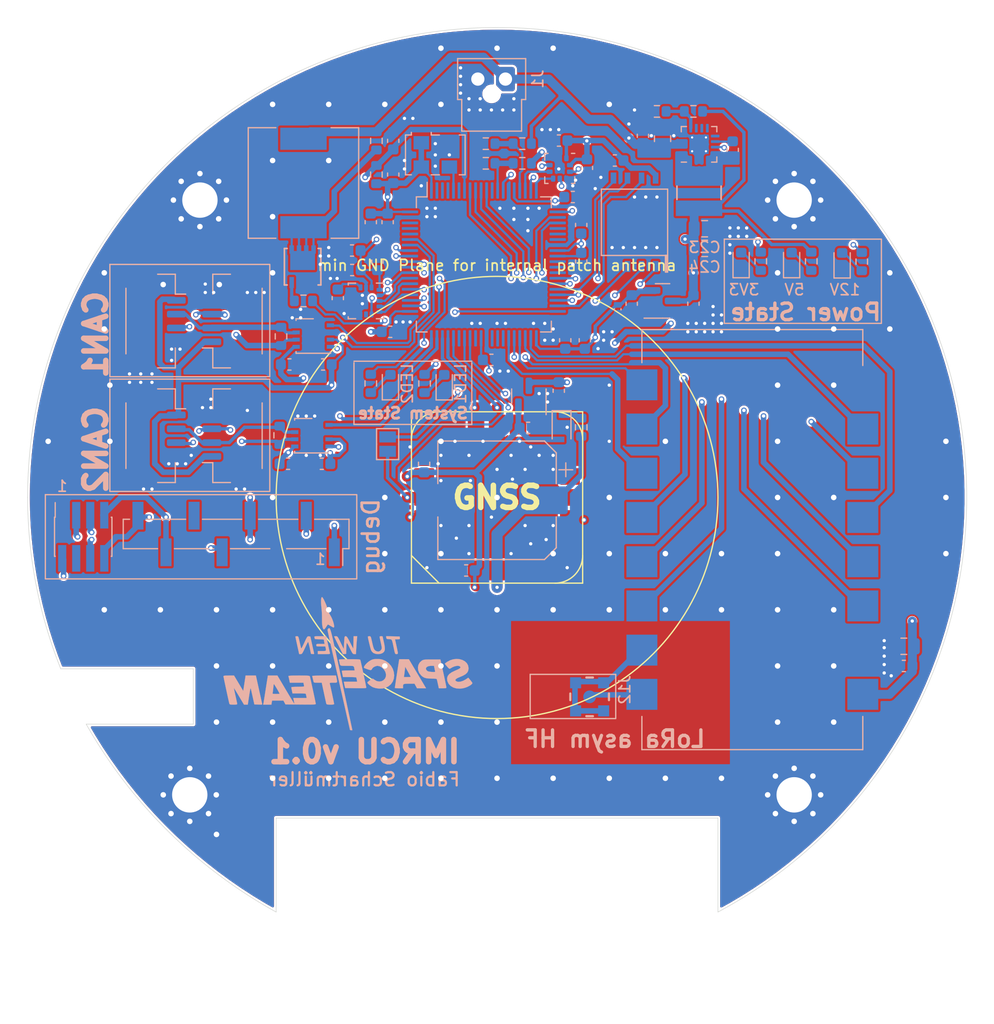
<source format=kicad_pcb>
(kicad_pcb (version 20211014) (generator pcbnew)
  (layers (0 "F.Cu" power) (1 "In1.Cu" signal) (2 "In2.Cu" signal) (31 "B.Cu" signal) (34 "B.Paste" user) (35 "F.Paste" user) (36 "B.SilkS" user "B.Silkscreen") (37 "F.SilkS" user "F.Silkscreen") (38 "B.Mask" user) (39 "F.Mask" user) (44 "Edge.Cuts" user))
  (net 0 "")
  (net 1 "GND")
  (net 2 "+3V3")
  (net 3 "+5V")
  (net 4 "Net-(C15-Pad2)")
  (net 5 "+12V")
  (net 6 "Net-(C22-Pad1)")
  (net 7 "Net-(C22-Pad2)")
  (net 8 "Net-(C32-Pad1)")
  (net 9 "Net-(D1-Pad2)")
  (net 10 "Net-(D2-Pad1)")
  (net 11 "Net-(D3-Pad2)")
  (net 12 "Net-(D5-Pad2)")
  (net 13 "/NRST")
  (net 15 "/SWCLK")
  (net 16 "/SWDIO")
  (net 17 "/UART_TX")
  (net 18 "/UART_RX")
  (net 19 "/CAN1_H")
  (net 20 "/CAN1_L")
  (net 21 "/CAN2_H")
  (net 22 "/CAN2_L")
  (net 23 "/LED1")
  (net 24 "Net-(LED1-Pad2)")
  (net 25 "/LED2")
  (net 26 "Net-(LED2-Pad2)")
  (net 27 "/Speaker")
  (net 28 "Net-(Q1-Pad1)")
  (net 29 "Net-(LS1-Pad2)")
  (net 30 "/12V_SNS")
  (net 31 "Net-(R9-Pad2)")
  (net 32 "Net-(R12-Pad2)")
  (net 33 "/5V_SNS")
  (net 36 "/GNSS_TPLS")
  (net 37 "/GNSS_INT")
  (net 38 "Net-(JP1-Pad2)")
  (net 39 "/GNSS_UART1_RX")
  (net 41 "/GNSS_UART1_TX")
  (net 45 "/HSE_CLK")
  (net 47 "/LoRa_DIO0")
  (net 48 "/LoRa_DIO1")
  (net 49 "/LoRa_DIO2")
  (net 50 "/LoRa_DIO3")
  (net 52 "Net-(J12-Pad1)")
  (net 53 "/BARO_SPI1_NSS")
  (net 54 "/BARO_SPI1_SCK")
  (net 55 "/BARO_SPI1_MISO")
  (net 56 "/BARO_SPI1_MOSI")
  (net 57 "/LoRa_DIO4")
  (net 58 "/LoRa_DIO5")
  (net 65 "/QSPI1_CLK")
  (net 66 "/QSPI1_BK1_NCS")
  (net 67 "/QSPI1_BK1_IO0")
  (net 68 "/QSPI1_BK1_IO1")
  (net 69 "/QSPI1_BK1_IO2")
  (net 70 "/QSPI1_BK1_IO3")
  (net 71 "/LoRa_SPI2_NSS")
  (net 72 "/LoRa_SPI2_SCK")
  (net 73 "/LoRa_SPI2_MISO")
  (net 74 "/LoRa_SPI2_MOSI")
  (net 79 "/GNSS_NRST")
  (net 81 "/CAN1_TX")
  (net 82 "/CAN1_RX")
  (net 83 "/IMU_NSS")
  (net 84 "/IMU_SPI3_SCK")
  (net 85 "/IMU_SPI3_MISO")
  (net 86 "/IMU_SPI3_MOSI")
  (net 87 "/IMU_INT")
  (net 88 "/CAN2_TX")
  (net 89 "/CAN2_RX")
  (net 94 "/BARO_INT")
  (net 99 "Net-(J12-PadS1)")
  (net 101 "/LoRa_NRST")
  (footprint "TXV_Library_Footprints:SAM-M8Q" (layer "F.Cu") (at 150 100)
    (fp_text reference "U1" hide)
    (fp_text value "SAM-M8Q")
  )
  (footprint "MountingHole:MountingHole_3.2mm_M3_Pad_Via" (layer "F.Cu") (at 176.9 73.1)
    (fp_text reference "H1" hide)
    (fp_text value "M3")
  )
  (footprint "MountingHole:MountingHole_3.2mm_M3_Pad_Via" (layer "F.Cu") (at 123.1 73.1)
    (fp_text reference "H2" hide)
    (fp_text value "M3")
  )
  (footprint "MountingHole:MountingHole_3.2mm_M3_Pad_Via" (layer "F.Cu") (at 122.181 126.9)
    (fp_text reference "H3" hide)
    (fp_text value "M3")
  )
  (footprint "MountingHole:MountingHole_3.2mm_M3_Pad_Via" (layer "F.Cu") (at 176.9 126.9)
    (fp_text reference "H4" hide)
    (fp_text value "M3")
  )
  (footprint "Package_LGA:LGA-16_3x3mm_P0.5mm_LayoutBorder3x5y" (layer "B.Cu") (at 138.138 82.22 180)
    (fp_text reference "U9" hide)
    (fp_text value "ICM-20602")
  )
  (footprint "Capacitor_SMD:C_0805_2012Metric" (layer "B.Cu") (at 186.83 113.462)
    (fp_text reference "C29" hide)
    (fp_text value "22u")
  )
  (footprint "Capacitor_SMD:C_0603_1608Metric" (layer "B.Cu") (at 155.588 90.348 -90)
    (fp_text reference "C12" hide)
    (fp_text value "2u2")
  )
  (footprint "Connector_PinHeader_1.27mm:PinHeader_2x04_P1.27mm_Vertical_SMD" (layer "B.Cu") (at 112.535 103.556 -90)
    (fp_text reference "J3" hide)
    (fp_text value "Debug")
  )
  (footprint "Capacitor_SMD:C_0603_1608Metric" (layer "B.Cu") (at 157.62 75.349 -90)
    (fp_text reference "C2" hide)
    (fp_text value "100n")
  )
  (footprint "Connector_JST:JST_GH_BM04B-GHS-TBT_1x04-1MP_P1.25mm_Vertical" (layer "B.Cu") (at 119.012 94.412 -90)
    (fp_text reference "J6" hide)
    (fp_text value "CAN1")
  )
  (footprint "Capacitor_SMD:C_0603_1608Metric" (layer "B.Cu") (at 149.492 87.554 180)
    (fp_text reference "C7" hide)
    (fp_text value "100n")
  )
  (footprint "LED_SMD:LED_0603_1608Metric" (layer "B.Cu") (at 172.098 78.6385 90)
    (fp_text reference "D5" hide)
    (fp_text value "3V3")
  )
  (footprint "Connector_JST:JST_GH_BM04B-GHS-TBT_1x04-1MP_P1.25mm_Vertical" (layer "B.Cu") (at 126.124 84.041717 90)
    (fp_text reference "J7" hide)
    (fp_text value "CAN2")
  )
  (footprint "Capacitor_SMD:C_0603_1608Metric" (layer "B.Cu") (at 136.868 77.661)
    (fp_text reference "C27" hide)
    (fp_text value "2u2")
  )
  (footprint "Capacitor_SMD:C_0603_1608Metric" (layer "B.Cu") (at 157.95 85.776 -90)
    (fp_text reference "C3" hide)
    (fp_text value "2u2")
  )
  (footprint "Oscillator:Oscillator_SMD_TXC_7C-4Pin_5.0x3.2mm" (layer "B.Cu") (at 144.412 69.012)
    (fp_text reference "X1" hide)
    (fp_text value "TXC-7C")
  )
  (footprint "Package_TO_SOT_SMD:SOT-23" (layer "B.Cu") (at 164.986 82.22)
    (fp_text reference "U8" hide)
    (fp_text value "MCP1700-3302E")
  )
  (footprint "Capacitor_SMD:CP_Elec_10x10.5" (layer "B.Cu") (at 150 100.254 180)
    (fp_text reference "SuperCap1" hide)
    (fp_text value "1F")
  )
  (footprint "TXV_Library_Footprints:WSON-8-8x6mm" (layer "B.Cu") (at 162.446 75.108 90)
    (fp_text reference "U3" hide)
    (fp_text value "W25Q256JV")
  )
  (footprint "Resistor_SMD:R_0603_1608Metric" (layer "B.Cu") (at 157.62 93.65 -90)
    (fp_text reference "R9" hide)
    (fp_text value "100")
  )
  (footprint "Capacitor_SMD:C_0603_1608Metric" (layer "B.Cu") (at 140.335 85.014 180)
    (fp_text reference "C9" hide)
    (fp_text value "100n")
  )
  (footprint "TXV_Library_Footprints:ST_Logo_new" (layer "B.Cu") (at 136.5 115 180)
    (fp_text reference "G***" hide)
    (fp_text value "LOGO" hide)
  )
  (footprint "Resistor_SMD:R_0603_1608Metric" (layer "B.Cu") (at 130.442 85.43 -90)
    (fp_text reference "R11" hide)
    (fp_text value "120")
  )
  (footprint "Capacitor_SMD:C_0603_1608Metric" (layer "B.Cu") (at 156.858 72.822 180)
    (fp_text reference "C11" hide)
    (fp_text value "100n")
  )
  (footprint "Package_QFP:LQFP-80_12x12mm_P0.5mm" (layer "B.Cu") (at 148.806 78.918 -90)
    (fp_text reference "U2" hide)
    (fp_text value "STM32G491MET6-LQFP80")
  )
  (footprint "Capacitor_SMD:C_0603_1608Metric" (layer "B.Cu") (at 158.14 70.19 -90)
    (fp_text reference "C34" hide)
    (fp_text value "100n")
  )
  (footprint "Connector_JST:JST_GH_BM04B-GHS-TBT_1x04-1MP_P1.25mm_Vertical" (layer "B.Cu") (at 119.012 84.041717 -90)
    (fp_text reference "J5" hide)
    (fp_text value "CAN2")
  )
  (footprint "Resistor_SMD:R_0603_1608Metric" (layer "B.Cu") (at 139.078 67.742 -90)
    (fp_text reference "R5" hide)
    (fp_text value "1k")
  )
  (footprint "Capacitor_SMD:C_0805_2012Metric" (layer "B.Cu") (at 168.796 77.4695)
    (fp_text reference "C24")
    (fp_text value "22u")
  )
  (footprint "TXV_Library_Footprints:Piezo_Buzzer" (layer "B.Cu") (at 132.474 71.552 180)
    (fp_text reference "LS1" hide)
    (fp_text value "Speaker")
  )
  (footprint "LED_SMD:LED_0603_1608Metric" (layer "B.Cu") (at 181.242 78.664 90)
    (fp_text reference "D1" hide)
    (fp_text value "VIN")
  )
  (footprint "Resistor_SMD:R_0603_1608Metric" (layer "B.Cu") (at 173.876 78.6385 -90)
    (fp_text reference "R17" hide)
    (fp_text value "120")
  )
  (footprint "TXV_Library_Footprints:SOD882D" (layer "B.Cu") (at 160.922 82.982 -90)
    (fp_text reference "D4" hide)
    (fp_text value "TVS 3V3" hide)
  )
  (footprint "Capacitor_SMD:C_0603_1608Metric" (layer "B.Cu") (at 136.881 79.426)
    (fp_text reference "C28" hide)
    (fp_text value "100n")
  )
  (footprint "TXV_Library_Footprints:G-NiceRF-LoRa1278F30" (layer "B.Cu") (at 173.114 103.81 90)
    (fp_text reference "U10" hide)
    (fp_text value "LoRa1278F30")
  )
  (footprint "Capacitor_SMD:C_0603_1608Metric" (layer "B.Cu") (at 131.0835 96.952 180)
    (fp_text reference "C13" hide)
    (fp_text value "100n")
  )
  (footprint "Resistor_SMD:R_0603_1608Metric" (layer "B.Cu") (at 130.3215 94.374431 -90)
    (fp_text reference "R10" hide)
    (fp_text value "120")
  )
  (footprint "Capacitor_SMD:C_0603_1608Metric" (layer "B.Cu") (at 163.208 67.288 -90)
    (fp_text reference "C19" hide)
    (fp_text value "100n")
  )
  (footprint "Capacitor_SMD:C_0603_1608Metric" (layer "B.Cu") (at 131.204 87.97 180)
    (fp_text reference "C14" hide)
    (fp_text value "100n")
  )
  (footprint "Capacitor_SMD:C_0603_1608Metric" (layer "B.Cu") (at 140.602 70.79 90)
    (fp_text reference "C1" hide)
    (fp_text value "100n")
  )
  (footprint "Capacitor_SMD:C_0603_1608Metric" (layer "B.Cu") (at 171.336 68.558 -90)
    (fp_text reference "C22" hide)
    (fp_text value "100n")
  )
  (footprint "Capacitor_SMD:C_0603_1608Metric" (layer "B.Cu") (at 186.83 115.24)
    (fp_text reference "C30" hide)
    (fp_text value "100n")
  )
  (footprint "Resistor_SMD:R_0603_1608Metric" (layer "B.Cu") (at 152.286 67.996 180)
    (fp_text reference "R7" hide)
    (fp_text value "56k")
  )
  (footprint "Jumper:SolderJumper-2_P1.3mm_Open_Pad1.0x1.5mm" (layer "B.Cu") (at 140.094 95.174 -90)
    (fp_text reference "JP1" hide)
    (fp_text value "SolderJumper_")
  )
  (footprint "Capacitor_SMD:C_0603_1608Metric" (layer "B.Cu") (at 140.094 75.095 90)
    (fp_text reference "C5" hide)
    (fp_text value "2u2")
  )
  (footprint "Package_DFN_QFN:QFN-16-1EP_3x3mm_P0.5mm_EP1.75x1.75mm_ThermalVias" (layer "B.Cu") (at 168.288 68.0575)
    (fp_text reference "U7" hide)
    (fp_text value "TS30041")
  )
  (footprint "Resistor_SMD:R_0603_1608Metric" (layer "B.Cu") (at 167.78 65.0775 180)
    (fp_text reference "R12" hide)
    (fp_text value "R_x")
  )
  (footprint "TXV_Library_Footprints:SRN4018TA-4R7M" (layer "B.Cu") (at 168.288 72.438 -90)
    (fp_text reference "L1" hide)
    (fp_text value "4u7")
  )
  (footprint "TXV_Library_Footprints:Molex_Nano-Fit_105309-xx02_1x02_P2.50mm_Vertical" (layer "B.Cu") (at 150.762 62.154 90)
    (fp_text reference "J1")
    (fp_text value "Power In")
  )
  (footprint "Connector_JST:JST_GH_BM04B-GHS-TBT_1x04-1MP_P1.25mm_Vertical" (layer "B.Cu") (at 126.124 94.412 90)
    (fp_text reference "J4" hide)
    (fp_text value "CAN1")
  )
  (footprint "Capacitor_SMD:C_0603_1608Metric" (layer "B.Cu") (at 147.206 106.604)
    (fp_text reference "C21" hide)
    (fp_text value "100n")
  )
  (footprint "LED_SMD:LED_0603_1608Metric" (layer "B.Cu") (at 140.348 89.684135 90)
    (fp_text reference "LED2")
    (fp_text value "LED_Small_Filled")
  )
  (footprint "Resistor_SMD:R_0603_1608Metric" (layer "B.Cu") (at 143.44025 89.690885 -90)
    (fp_text reference "R2" hide)
    (fp_text value "120")
  )
  (footprint "Capacitor_SMD:C_0603_1608Metric" (layer "B.Cu") (at 162.192 82.474 -90)
    (fp_text reference "C26" hide)
    (fp_text value "2u2")
  )
  (footprint "Capacitor_SMD:C_0603_1608Metric" (layer "B.Cu") (at 134.252 87.97 180)
    (fp_text reference "C17" hide)
    (fp_text value "100n")
  )
  (footprint "Capacitor_SMD:C_0603_1608Metric" (layer "B.Cu") (at 157.62 78.651 90)
    (fp_text reference "C4" hide)
    (fp_text value "100n")
  )
  (footprint "Capacitor_SMD:C_0603_1608Metric" (layer "B.Cu") (at 134.1315 96.952 180)
    (fp_text reference "C16" hide)
    (fp_text value "100n")
  )
  (footprint "LED_SMD:LED_0603_1608Metric" (layer "B.Cu") (at 176.67 78.6385 90)
    (fp_text reference "D3" hide)
    (fp_text value "5V")
  )
  (footprint "Capacitor_SMD:C_0603_1608Metric" (layer "B.Cu") (at 152.8155 93.7065 180)
    (fp_text reference "C15" hide)
    (fp_text value "2u2")
  )
  (footprint "Diode_SMD:D_SOD-323F" (layer "B.Cu") (at 155.842 93.65 -90)
    (fp_text reference "D2" hide)
    (fp_text value "CDBU0240-HF")
  )
  (footprint "Resistor_SMD:R_0603_1608Metric" (layer "B.Cu") (at 138.57 89.684135 -90)
    (fp_text reference "R3" hide)
    (fp_text value "120")
  )
  (footprint "Resistor_SMD:R_0603_1608Metric" (layer "B.Cu") (at 183.02 78.664 -90)
    (fp_text reference "R6" hide)
    (fp_text value "1k")
  )
  (footprint "Capacitor_SMD:C_0603_1608Metric" (layer "B.Cu") (at 167.78 82.474 -90)
    (fp_text reference "C25" hide)
    (fp_text value "2u2")
  )
  (footprint "Package_TO_SOT_SMD:SOT-23" (layer "B.Cu") (at 152.8815 90.834 90)
    (fp_text reference "U4" hide)
    (fp_text value "MCP1700-3302E")
  )
  (footprint "Capacitor_SMD:C_0805_2012Metric" (layer "B.Cu") (at 168.796 75.6915)
    (fp_text reference "C23")
    (fp_text value "22u")
  )
  (footprint "Connector_PinHeader_2.54mm:PinHeader_1x08_P2.54mm_Vertical_SMD_Pin1Left" (layer "B.Cu") (at 126.378 103.302 90)
    (fp_text reference "J2" hide)
    (fp_text value "Debug")
  )
  (footprint "Capacitor_SMD:C_0603_1608Metric" (layer "B.Cu") (at 139.167 78.664 90)
    (fp_text reference "C31" hide)
    (fp_text value "10n")
  )
  (footprint "Capacitor_SMD:C_0805_2012Metric" (layer "B.Cu") (at 164.986 67.542 -90)
    (fp_text reference "C18" hide)
    (fp_text value "10u")
  )
  (footprint "TXV_Library_Footprints:PowerPAK_1212-8" (layer "B.Cu") (at 132.398 79.426 90)
    (fp_text reference "Q1" hide)
    (fp_text value "SISA88DN or similar")
  )
  (footprint "Package_DFN_QFN:DFN-8-1EP_3x3mm_P0.65mm_EP1.55x2.4mm" (layer "B.Cu") (at 133.363 85.395 180)
    (fp_text reference "U6" hide)
    (fp_text value "MCP2562FDT")
  )
  (footprint "Capacitor_SMD:C_0603_1608Metric" (layer "B.Cu") (at 143.396 96.952 -90)
    (fp_text reference "C20" hide)
    (fp_text value "100n")
  )
  (footprint "Capacitor_SMD:C_0603_1608Metric" (layer "B.Cu") (at 155.6 67.716)
    (fp_text reference "C33" hide)
    (fp_text value "100n")
  )
  (footprint "Resistor_SMD:R_0603_1608Metric" (layer "B.Cu") (at 132.474 82.22 180)
    (fp_text reference "R4" hide)
    (fp_text value "120")
  )
  (footprint "Capacitor_SMD:C_0603_1608Metric" (layer "B.Cu") (at 135.583809 81.966 -90)
    (fp_text reference "C32" hide)
    (fp_text value "100n")
  )
  (footprint "Package_DFN_QFN:DFN-8-1EP_3x3mm_P0.65mm_EP1.55x2.4mm" (layer "B.Cu") (at 133.236 94.412 180)
    (fp_text reference "U5" hide)
    (fp_text value "MCP2562FDT")
  )
  (footprint "Resistor_SMD:R_0603_1608Metric" (layer "B.Cu") (at 178.448 78.6385 -90)
    (fp_text reference "R14" hide)
    (fp_text value "1k")
  )
  (footprint "Package_LGA:ST_HLGA-10_2.5x2.5mm_P0.6mm_LayoutBorder3x2y" (layer "B.Cu") (at 155.679 70.236 180)
    (fp_text reference "U11" hide)
    (fp_text value "LPS25HB")
  )
  (footprint "Resistor_SMD:R_0603_1608Metric" (layer "B.Cu") (at 148.984 69.774 180)
    (fp_text reference "R16" hide)
    (fp_text value "10k")
  )
  (footprint "Capacitor_SMD:C_0603_1608Metric" (layer "B.Cu") (at 160.668 69.52 180)
    (fp_text reference "C8" hide)
    (fp_text value "100n")
  )
  (footprint "Capacitor_SMD:C_0603_1608Metric" (layer "B.Cu") (at 140.602 67.742 90)
    (fp_text reference "C35" hide)
    (fp_text value "100n")
  )
  (footprint "Resistor_SMD:R_0603_1608Metric" (layer "B.Cu") (at 139.078 70.79 90)
    (fp_text reference "R1" hide)
    (fp_text value "10k")
  )
  (footprint "TXV_Library_Footprints:SAMTEC_MMCX-J-P-H-RA-SM1" (layer "B.Cu") (at 158.382 118.034 90)
    (fp_text reference "J12")
    (fp_text value "MMCX-J-P-H-RA-SM1")
  )
  (footprint "Resistor_SMD:R_0603_1608Metric" (layer "B.Cu") (at 148.984 67.996 180)
    (fp_text reference "R8" hide)
    (fp_text value "10k")
  )
  (footprint "Capacitor_SMD:C_0603_1608Metric" (layer "B.Cu") (at 156.172 85.776 -90)
    (fp_text reference "C6" hide)
    (fp_text value "100n")
  )
  (footprint "Resistor_SMD:R_0603_1608Metric" (layer "B.Cu") (at 152.286 69.774 180)
    (fp_text reference "R15" hide)
    (fp_text value "10k")
  )
  (footprint "Capacitor_SMD:C_0603_1608Metric" (layer "B.Cu") (at 138.57 75.095 90)
    (fp_text reference "C10" hide)
    (fp_text value "100n")
  )
  (footprint "LED_SMD:LED_0603_1608Metric" (layer "B.Cu") (at 145.21825 89.690885 90)
    (fp_text reference "LED1")
    (fp_text value "LED_Small_Filled")
  )
  (footprint "Resistor_SMD:R_0603_1608Metric" (layer "B.Cu") (at 164.478 65.0775)
    (fp_text reference "R13" hide)
    (fp_text value "R_y")
  )
  (gr_rect (start 170.574 76.632) (end 184.798 84.252) (layer "B.SilkS") (width 0.12) (fill none))
  (gr_line (start 147.714 93.396) (end 147.714 87.808) (layer "B.SilkS") (width 0.12))
  (gr_rect (start 114.948 89.078) (end 129.426 78.918) (layer "B.SilkS") (width 0.12) (fill none))
  (gr_rect (start 129.426 89.294431) (end 114.948 99.454431) (layer "B.SilkS") (width 0.12) (fill none))
  (gr_rect (start 153 116) (end 160.746 120) (layer "B.SilkS") (width 0.12) (fill none))
  (gr_line (start 137.046 87.808) (end 137.046 93.396) (layer "B.SilkS") (width 0.12))
  (gr_line (start 137.046 93.396) (end 147.714 93.396) (layer "B.SilkS") (width 0.12))
  (gr_line (start 147.714 87.677635) (end 137.046 87.677635) (layer "B.SilkS") (width 0.12))
  (gr_rect (start 109.106 99.746) (end 137.3 107.366) (layer "B.SilkS") (width 0.12) (fill none))
  (gr_circle (center 150 100) (end 170 100) (layer "F.SilkS") (width 0.12) (fill none))
  (gr_line (start 130 137.5) (end 130 129) (layer "Edge.Cuts") (width 0.05))
  (gr_arc (start 107.5 100) (mid 119.956086 69.934254) (end 150.025291 57.486522) (layer "Edge.Cuts") (width 0.05))
  (gr_line (start 170 129) (end 170 137.5) (layer "Edge.Cuts") (width 0.05))
  (gr_arc (start 130 137.5) (mid 120.220213 130.193667) (end 112.8 120.5) (layer "Edge.Cuts") (width 0.05))
  (gr_arc (start 110.5 115.5) (mid 108.263945 107.892462) (end 107.5 100) (layer "Edge.Cuts") (width 0.05))
  (gr_line (start 130 129) (end 170 129) (layer "Edge.Cuts") (width 0.05))
  (gr_line (start 122.5 120.5) (end 122.5 115.5) (layer "Edge.Cuts") (width 0.05))
  (gr_line (start 122.5 115.5) (end 110.5 115.5) (layer "Edge.Cuts") (width 0.05))
  (gr_line (start 112.8 120.5) (end 122.5 120.5) (layer "Edge.Cuts") (width 0.05))
  (gr_arc (start 150.025291 57.486522) (mid 191.259819 89.69266) (end 170 137.5) (layer "Edge.Cuts") (width 0.05))
  (gr_text "3V3" (at 172.352 81.204) (layer "B.SilkS") (effects (font (size 1 1)) (justify mirror)))
  (gr_text "CAN1" (at 113.678 85.268 90) (layer "B.SilkS") (effects (font (size 2 2) (thickness 0.5)) (justify mirror)))
  (gr_text "12V" (at 181.496 81.204) (layer "B.SilkS") (effects (font (size 1 1)) (justify mirror)))
  (gr_text "Fabio Schartmüller" (at 138 125.5) (layer "B.SilkS") (effects (font (size 1.2 1.2) (thickness 0.2)) (justify mirror)))
  (gr_text "Debug" (at 138.57 103.556 90) (layer "B.SilkS") (effects (font (size 1.5 1.5) (thickness 0.25)) (justify mirror)))
  (gr_text "System State" (at 142.38 92.38) (layer "B.SilkS") (effects (font (size 1 1) (thickness 0.25)) (justify mirror)))
  (gr_text "1" (at 110.63 98.984) (layer "B.SilkS") (effects (font (size 1 1)) (justify mirror)))
  (gr_text "5V" (at 176.924 81.204) (layer "B.SilkS") (effects (font (size 1 1)) (justify mirror)))
  (gr_text "IMRCU v0.1" (at 138 123) (layer "B.SilkS") (effects (font (size 2 2) (thickness 0.5)) (justify mirror)))
  (gr_text "CAN2" (at 113.678 95.682 90) (layer "B.SilkS") (effects (font (size 2 2) (thickness 0.5)) (justify mirror)))
  (gr_text "1" (at 133.998 105.588) (layer "B.SilkS") (effects (font (size 1 1)) (justify mirror)))
  (gr_text "LoRa asym HF" (at 160.668 121.844) (layer "B.SilkS") (effects (font (size 1.5 1.5) (thickness 0.3)) (justify mirror)))
  (gr_text "Power State" (at 177.94 83.236) (layer "B.SilkS") (effects (font (size 1.5 1.5) (thickness 0.3)) (justify mirror)))
  (gr_text "GNSS" (at 150 100) (layer "F.SilkS") (effects (font (size 2 2) (thickness 0.5))))
  (gr_text "min GND Plane for internal patch antenna" (at 150 79) (layer "F.SilkS") (effects (font (size 1 1))))
  (via (at 144.92 102.54) (size 0.5) (drill 0.3) (layers "F.Cu" "B.Cu") (net 1))
  (via (at 175.4 79.68) (size 0.8) (drill 0.5) (layers "F.Cu" "B.Cu") (net 1))
  (via (at 144.666 96.952) (size 0.5) (drill 0.3) (layers "F.Cu" "B.Cu") (net 1))
  (via (at 155.588 70.282) (size 0.5) (drill 0.3) (layers "F.Cu" "B.Cu") (net 1))
  (via (at 123.33 91.872) (size 0.5) (drill 0.3) (layers "F.Cu" "B.Cu") (net 1))
  (via (at 146.698 61.138) (size 0.5) (drill 0.3) (layers "F.Cu" "B.Cu") (net 1))
  (via (at 131.458 83.744) (size 0.5) (drill 0.3) (layers "F.Cu" "B.Cu") (net 1))
  (via (at 151.27 96.19) (size 0.5) (drill 0.3) (layers "F.Cu" "B.Cu") (net 1))
  (via (at 131.966 92.634) (size 0.5) (drill 0.3) (layers "F.Cu" "B.Cu") (net 1))
  (via (at 147.46 63.932) (size 0.5) (drill 0.3) (layers "F.Cu" "B.Cu") (net 1))
  (via (at 156.858 71.806) (size 0.5) (drill 0.3) (layers "F.Cu" "B.Cu") (net 1))
  (via (at 157.112 71.298) (size 0.5) (drill 0.3) (layers "F.Cu" "B.Cu") (net 1))
  (via (at 134.76 78.156) (size 0.5) (drill 0.3) (layers "F.Cu" "B.Cu") (net 1))
  (via (at 124.854 80.739717) (size 0.8) (drill 0.5) (layers "F.Cu" "B.Cu") (net 1))
  (via (at 141.618 70.282) (size 0.5) (drill 0.3) (layers "F.Cu" "B.Cu") (net 1))
  (via (at 146.698 61.9) (size 0.5) (drill 0.3) (layers "F.Cu" "B.Cu") (net 1))
  (via (at 150 115.24) (size 0.8) (drill 0.5) (layers "F.Cu" "B.Cu") (net 1))
  (via (at 152.794 73.838) (size 0.5) (drill 0.3) (layers "F.Cu" "B.Cu") (net 1))
  (via (at 133.998 78.918) (size 0.5) (drill 0.3) (layers "F.Cu" "B.Cu") (net 1))
  (via (at 144.92 105.08) (size 0.8) (drill 0.5) (layers "F.Cu" "B.Cu") (net 1))
  (via (at 160.414 77.394) (size 0.5) (drill 0.3) (layers "F.Cu" "B.Cu") (net 1))
  (via (at 162.446 77.394) (size 0.5) (drill 0.3) (layers "F.Cu" "B.Cu") (net 1))
  (via (at 185.052 115.875) (size 0.5) (drill 0.3) (layers "F.Cu" "B.Cu") (net 1))
  (via (at 164.478 77.394) (size 0.5) (drill 0.3) (layers "F.Cu" "B.Cu") (net 1))
  (via (at 114.44 84.76) (size 0.8) (drill 0.5) (layers "F.Cu" "B.Cu") (net 1))
  (via (at 151.524 64.948) (size 0.5) (drill 0.3) (layers "F.Cu" "B.Cu") (net 1))
  (via (at 146.317 103.683) (size 0.5) (drill 0.3) (layers "F.Cu" "B.Cu") (net 1))
  (via (at 120.536 86.581717) (size 0.5) (drill 0.3) (layers "F.Cu" "B.Cu") (net 1))
  (via (at 141.491 84.125) (size 0.5) (drill 0.3) (layers "F.Cu" "B.Cu") (net 1))
  (via (at 143.142 71.806) (size 0.5) (drill 0.3) (layers "F.Cu" "B.Cu") (net 1))
  (via (at 185.052 114.351) (size 0.5) (drill 0.3) (layers "F.Cu" "B.Cu") (net 1))
  (via (at 137.808 82.474) (size 0.5) (drill 0.3) (layers "F.Cu" "B.Cu") (net 1))
  (via (at 185.052 115.113) (size 0.5) (drill 0.3) (layers "F.Cu" "B.Cu") (net 1))
  (via (at 175.4 120.32) (size 0.8) (drill 0.5) (layers "F.Cu" "B.Cu") (net 1))
  (via (at 139.84 100) (size 0.8) (drill 0.5) (layers "F.Cu" "B.Cu") (net 1))
  (via (at 159.652 85.014) (size 0.5) (drill 0.3) (layers "F.Cu" "B.Cu") (net 1))
  (via (at 134.76 64.44) (size 0.8) (drill 0.5) (layers "F.Cu" "B.Cu") (net 1))
  (via (at 133.998 78.156) (size 0.5) (drill 0.3) (layers "F.Cu" "B.Cu") (net 1))
  (via (at 154.572 91.364) (size 0.5) (drill 0.3) (layers "F.Cu" "B.Cu") (net 1))
  (via (at 160.16 125.4) (size 0.8) (drill 0.5) (layers "F.Cu" "B.Cu") (net 1))
  (via (at 129.68 110.16) (size 0.8) (drill 0.5) (layers "F.Cu" "B.Cu") (net 1))
  (via (at 121.298 86.581717) (size 0.5) (drill 0.3) (layers "F.Cu" "B.Cu") (net 1))
  (via (at 170.32 105.08) (size 0.8) (drill 0.5) (layers "F.Cu" "B.Cu") (net 1))
  (via (at 170.32 125.4) (size 0.8) (drill 0.5) (layers "F.Cu" "B.Cu") (net 1))
  (via (at 142.126 84.125) (size 0.5) (drill 0.3) (layers "F.Cu" "B.Cu") (net 1))
  (via (at 180.48 120.32) (size 0.8) (drill 0.5) (layers "F.Cu" "B.Cu") (net 1))
  (via (at 124.6 120.32) (size 0.8) (drill 0.5) (layers "F.Cu" "B.Cu") (net 1))
  (via (at 158.89 72.06) (size 0.5) (drill 0.3) (layers "F.Cu" "B.Cu") (net 1))
  (via (at 132.728 92.634) (size 0.5) (drill 0.3) (layers "F.Cu" "B.Cu") (net 1))
  (via (at 133.49 92.634) (size 0.5) (drill 0.3) (layers "F.Cu" "B.Cu") (net 1))
  (via (at 128.156 81.458) (size 0.5) (drill 0.3) (layers "F.Cu" "B.Cu") (net 1))
  (via (at 170.32 85.014) (size 0.5) (drill 0.3) (layers "F.Cu" "B.Cu") (net 1))
  (via (at 142.38 65.71) (size 0.5) (drill 0.3) (layers "F.Cu" "B.Cu") (net 1))
  (via (at 155.08 97.46) (size 0.5) (drill 0.3) (layers "F.Cu" "B.Cu") (net 1))
  (via (at 132.22 82.982) (size 0.5) (drill 0.3) (layers "F.Cu" "B.Cu") (net 1))
  (via (at 155.08 84.76) (size 0.5) (drill 0.3) (layers "F.Cu" "B.Cu") (net 1))
  (via (at 114.948 89.84) (size 0.8) (drill 0.5) (layers "F.Cu" "B.Cu") (net 1))
  (via (at 155.08 102.54) (size 0.5) (drill 0.3) (layers "F.Cu" "B.Cu") (net 1))
  (via (at 134.914466 80.190066) (size 0.5) (drill 0.3) (layers "F.Cu" "B.Cu") (net 1))
  (via (at 114.44 110.16) (size 0.8) (drill 0.5) (layers "F.Cu" "B.Cu") (net 1))
  (via (at 151.27 105.08) (size 0.5) (drill 0.3) (layers "F.Cu" "B.Cu") (net 1))
  (via (at 133.998 96.19) (size 0.5) (drill 0.3) (layers "F.Cu" "B.Cu") (net 1))
  (via (at 151.524 63.932) (size 0.5) (drill 0.3) (layers "F.Cu" "B.Cu") (net 1))
  (via (at 134.76 120.32) (size 0.8) (drill 0.5) (layers "F.Cu" "B.Cu") (net 1))
  (via (at 160.16 89.84) (size 0.5) (drill 0.3) (layers "F.Cu" "B.Cu") (net 1))
  (via (at 134.76 69.52) (size 0.8) (drill 0.5) (layers "F.Cu" "B.Cu") (net 1))
  (via (at 164.478 72.822) (size 0.5) (drill 0.3) (layers "F.Cu" "B.Cu") (net 1))
  (via (at 129.68 125.4) (size 0.8) (drill 0.5) (layers "F.Cu" "B.Cu") (net 1))
  (via (at 121.044 96.952) (size 0.5) (drill 0.3) (layers "F.Cu" "B.Cu") (net 1))
  (via (at 118.758 88.824) (size 0.5) (drill 0.3) (layers "F.Cu" "B.Cu") (net 1))
  (via (at 162.446 64.948) (size 0.5) (drill 0.3) (layers "F.Cu" "B.Cu") (net 1))
  (via (at 144.92 59.36) (size 0.8) (drill 0.5) (layers "F.Cu" "B.Cu") (net 1))
  (via (at 161.938 66.218) (size 0.5) (drill 0.3) (layers "F.Cu" "B.Cu") (net 1))
  (via (at 165.24 110.16) (size 0.8) (drill 0.5) (layers "F.Cu" "B.Cu") (net 1))
  (via (at 155.08 85.776) (size 0.5) (drill 0.3) (layers "F.Cu" "B.Cu") (net 1))
  (via (at 150.508 64.948) (size 0.5) (drill 0.3) (layers "F.Cu" "B.Cu") (net 1))
  (via (at 163.462 77.394) (size 0.5) (drill 0.3) (layers "F.Cu" "B.Cu") (net 1))
  (via (at 148.476 84.252) (size 0.5) (drill 0.3) (layers "F.Cu" "B.Cu") (net 1))
  (via (at 136.157 83.363) (size 0.5) (drill 0.3) (layers "F.Cu" "B.Cu") (net 1))
  (via (at 150 97.46) (size 0.5) (drill 0.3) (layers "F.Cu" "B.Cu") (net 1))
  (via (at 145.682 69.012) (size 0.5) (drill 0.3) (layers "F.Cu" "B.Cu") (net 1))
  (via (at 153.302 84.252) (size 0.5) (drill 0.3) (layers "F.Cu" "B.Cu") (net 1))
  (via (at 152.032 94.92) (size 0.5) (drill 0.3) (layers "F.Cu" "B.Cu") (net 1))
  (via (at 140.856 84.125) (size 0.5) (drill 0.3) (layers "F.Cu" "B.Cu") (net 1))
  (via (at 139.84 115.24) (size 0.8) (drill 0.5) (layers "F.Cu" "B.Cu") (net 1))
  (via (at 170.32 110.16) (size 0.8) (drill 0.5) (layers "F.Cu" "B.Cu") (net 1))
  (via (at 117.742 88.824) (size 0.5) (drill 0.3) (layers "F.Cu" "B.Cu") (net 1))
  (via (at 120.536 87.597717) (size 0.5) (drill 0.3) (layers "F.Cu" "B.Cu") (net 1))
  (via (at 190.64 100) (size 0.8) (drill 0.5) (layers "F.Cu" "B.Cu") (net 1))
  (via (at 146.698 62.662) (size 0.5) (drill 0.3) (layers "F.Cu" "B.Cu") (net 1))
  (via (at 163.462 72.822) (size 0.5) (drill 0.3) (layers "F.Cu" "B.Cu") (net 1))
  (via (at 160.16 105.08) (size 0.8) (drill 0.5) (layers "F.Cu" "B.Cu") (net 1))
  (via (at 167.272 85.014) (size 0.5) (drill 0.3) (layers "F.Cu" "B.Cu") (net 1))
  (via (at 137.808 81.712) (size 0.5) (drill 0.3) (layers "F.Cu" "B.Cu") (net 1))
  (via (at 134.76 77.394) (size 0.5) (drill 0.3) (layers "F.Cu" "B.Cu") (net 1))
  (via (at 147.587 98.476) (size 0.5) (drill 0.3) (layers "F.Cu" "B.Cu") (net 1))
  (via (at 144.92 115.24) (size 0.8) (drill 0.5) (layers "F.Cu" "B.Cu") (net 1))
  (via (at 169.558 85.014) (size 0.5) (drill 0.3) (layers "F.Cu" "B.Cu") (net 1))
  (via (at 167.272 84.252) (size 0.5) (drill 0.3) (layers "F.Cu" "B.Cu") (net 1))
  (via (at 152.794 75.87) (size 0.5) (drill 0.3) (layers "F.Cu" "B.Cu") (net 1))
  (via (at 144.412 73.838) (size 0.5) (drill 0.3) (layers "F.Cu" "B.Cu") (net 1))
  (via (at 169.558 83.49) (size 0.5) (drill 0.3) (layers "F.Cu" "B.Cu") (net 1))
  (via (at 149.492 64.948) (size 0.5) (drill 0.3) (layers "F.Cu" "B.Cu") (net 1))
  (via (at 171.082 75.616) (size 0.5) (drill 0.3) (layers "F.Cu" "B.Cu") (net 1))
  (via (at 148.73 94.92) (size 0.5) (drill 0.3) (layers "F.Cu" "B.Cu") (net 1))
  (via (at 124.092 91.872) (size 0.5) (drill 0.3) (layers "F.Cu" "B.Cu") (net 1))
  (via (at 144.92 125.4) (size 0.8) (drill 0.5) (layers "F.Cu" "B.Cu") (net 1))
  (via (at 168.796 84.252) (size 0.5) (drill 0.3) (layers "F.Cu" "B.Cu") (net 1))
  (via (at 122.314 96.19) (size 0.5) (drill 0.3) (layers "F.Cu" "B.Cu") (net 1))
  (via (at 175.4 105.08) (size 0.8) (drill 0.5) (layers "F.Cu" "B.Cu") (net 1))
  (via (at 118.758 99.238) (size 0.5) (drill 0.3) (layers "F.Cu" "B.Cu") (net 1))
  (via (at 143.65 73.838) (size 0.5) (drill 0.3) (layers "F.Cu" "B.Cu") (net 1))
  (via (at 148.476 64.948) (size 0.5) (drill 0.3) (layers "F.Cu" "B.Cu") (net 1))
  (via (at 129.68 74.6) (size 0.8) (drill 0.5) (layers "F.Cu" "B.Cu") (net 1))
  (via (at 144.92 96.19) (size 0.5) (drill 0.3) (layers "F.Cu" "B.Cu") (net 1))
  (via (at 150 110.16) (size 0.8) (drill 0.5) (layers "F.Cu" "B.Cu") (net 1))
  (via (at 163.97 67.2715) (size 0.5) (drill 0.3) (layers "F.Cu" "B.Cu") (net 1))
  (via (at 162.446 72.822) (size 0.5) (drill 0.3) (layers "F.Cu" "B.Cu") (net 1))
  (via (at 160.16 110.16) (size 0.8) (drill 0.5) (layers "F.Cu" "B.Cu") (net 1))
  (via (at 172.606 76.378) (size 0.5) (drill 0.3) (layers "F.Cu" "B.Cu") (net 1))
  (via (at 147.714 84.252) (size 0.5) (drill 0.3) (layers "F.Cu" "B.Cu") (net 1))
  (via (at 152.54 102.54) (size 0.5) (drill 0.3) (layers "F.Cu" "B.Cu") (net 1))
  (via (at 169.558 84.252) (size 0.5) (drill 0.3) (layers "F.Cu" "B.Cu") (net 1))
  (via (at 151.524 73.838) (size 0.5) (drill 0.3) (layers "F.Cu" "B.Cu") (net 1))
  (via (at 144.92 98.476) (size 0.5) (drill 0.3) (layers "F.Cu" "B.Cu") (net 1))
  (via (at 150.762 84.252) (size 0.5) (drill 0.3) (layers "F.Cu" "B.Cu") (net 1))
  (via (at 144.412 69.012) (size 0.5) (drill 0.3) (layers "F.Cu" "B.Cu") (net 1))
  (via (at 168.034 84.252) (size 0.5) (drill 0.3) (layers "F.Cu" "B.Cu") (net 1))
  (via (at 160.414 85.014) (size 0.5) (drill 0.3) (layers "F.Cu" "B.Cu") (net 1))
  (via (at 139.84 64.44) (size 0.8) (drill 0.5) (layers "F.Cu" "B.Cu") (net 1))
  (via (at 154.572 90.602) (size 0.5) (drill 0.3) (layers "F.Cu" "B.Cu") (net 1))
  (via (at 117.996 99.238) (size 0.5) (drill 0.3) (layers "F.Cu" "B.Cu") (net 1))
  (via (at 154.318 84.252) (size 0.5) (drill 0.3) (layers "F.Cu" "B.Cu") (net 1))
  (via (at 153.048 104.191) (size 0.5) (drill 0.3) (layers "F.Cu" "B.Cu") (net 1))
  (via (at 159.652 85.776) (size 0.5) (drill 0.3) (layers "F.Cu" "B.Cu") (net 1))
  (via (at 134.76 115.24) (size 0.8) (drill 0.5) (layers "F.Cu" "B.Cu") (net 1))
  (via (at 144.92 120.32) (size 0.8) (drill 0.5) (layers "F.Cu" "B.Cu") (net 1))
  (via (at 150.254 73.838) (size 0.5) (drill 0.3) (layers "F.Cu" "B.Cu") (net 1))
  (via (at 142.126 95.428) (size 0.5) (drill 0.3) (layers "F.Cu" "B.Cu") (net 1))
  (via (at 127.394 92.126) (size 0.5) (drill 0.3) (layers "F.Cu" "B.Cu") (net 1))
  (via (at 165.24 105.08) (size 0.8) (drill 0.5) (layers "F.Cu" "B.Cu") (net 1))
  (via (at 120.282 96.952) (size 0.5) (drill 0.3) (layers "F.Cu" "B.Cu") (net 1))
  (via (at 149.492 101.778) (size 0.5) (drill 0.3) (layers "F.Cu" "B.Cu") (net 1))
  (via (at 185.56 79.68) (size 0.8) (drill 0.5) (layers "F.Cu" "B.Cu") (net 1))
  (via (at 151.524 74.854) (size 0.5) (drill 0.3) (layers "F.Cu" "B.Cu") (net 1))
  (via (at 175.4 84.76) (size 0.8) (drill 0.5) (layers "F.Cu" "B.Cu") (net 1))
  (via (at 165.24 94.92) (size 0.8) (drill 0.5) (layers "F.Cu" "B.Cu") (net 1))
  (via (at 154.318 85.776) (size 0.5) (drill 0.3) (layers "F.Cu" "B.Cu") (net 1))
  (via (at 150 125.4) (size 0.8) (drill 0.5) (layers "F.Cu" "B.Cu") (net 1))
  (via (at 124.6 130.48) (size 0.8) (drill 0.5) (layers "F.Cu" "B.Cu") (net 1))
  (via (at 144.92 110.16) (size 0.8) (drill 0.5) (layers "F.Cu" "B.Cu") (net 1))
  (via (at 116.726 89.586) (size 0.5) (drill 0.3) (layers "F.Cu" "B.Cu") (net 1))
  (via (at 154.826 66.726) (size 0.5) (drill 0.3) (layers "F.Cu" "B.Cu") (net 1))
  (via (at 171.082 76.378) (size 0.5) (drill 0.3) (layers "F.Cu" "B.Cu") (net 1))
  (via (at 119.52 110.16) (size 0.8) (drill 0.5) (layers "F.Cu" "B.Cu") (net 1))
  (via (at 155.08 96.19) (size 0.5) (drill 0.3) (layers "F.Cu" "B.Cu") (net 1))
  (via (at 144.92 94.92) (size 0.8) (drill 0.5) (layers "F.Cu" "B.Cu") (net 1))
  (via (at 175.4 100) (size 0.8) (drill 0.5) (layers "F.Cu" "B.Cu") (net 1))
  (via (at 152.794 74.854) (size 0.5) (drill 0.3) (layers "F.Cu" "B.Cu") (net 1))
  (via (at 155.588 66.726) (size 0.5) (drill 0.3) (layers "F.Cu" "B.Cu") (net 1))
  (via (at 126.378 99.238) (size 0.5) (drill 0.3) (layers "F.Cu" "B.Cu") (net 1))
  (via (at 161.43 77.394) (size 0.5) (drill 0.3) (layers "F.Cu" "B.Cu") (net 1))
  (via (at 143.65 106.35) (size 0.5) (drill 0.3) (layers "F.Cu" "B.Cu") (net 1))
  (via (at 170.32 84.252) (size 0.5) (drill 0.3) (layers "F.Cu" "B.Cu") (net 1))
  (via (at 180.48 110.16) (size 0.8) (drill 0.5) (layers "F.Cu" "B.Cu") (net 1))
  (via (at 129.68 120.32) (size 0.8) (drill 0.5) (layers "F.Cu" "B.Cu") (net 1))
  (via (at 129.68 69.52) (size 0.8) (drill 0.5) (layers "F.Cu" "B.Cu") (net 1))
  (via (at 109.36 94.92) (size 0.8) (drill 0.5) (layers "F.Cu" "B.Cu") (net 1))
  (via (at 160.16 64.44) (size 0.8) (drill 0.5) (layers "F.Cu" "B.Cu") (net 1))
  (via (at 134.76 125.4) (size 0.8) (drill 0.5) (layers "F.Cu" "B.Cu") (net 1))
  (via (at 171.844 75.616) (size 0.5) (drill 0.3) (layers "F.Cu" "B.Cu") (net 1))
  (via (at 155.08 125.4) (size 0.8) (drill 0.5) (layers "F.Cu" "B.Cu") (net 1))
  (via (at 148.476 63.932) (size 0.5) (drill 0.3) (layers "F.Cu" "B.Cu") (net 1))
  (via (at 118.758 89.586) (size 0.5) (drill 0.3) (layers "F.Cu" "B.Cu") (net 1))
  (via (at 171.844 76.378) (size 0.5) (drill 0.3) (layers "F.Cu" "B.Cu") (net 1))
  (via (at 132.728 96.19) (size 0.5) (drill 0.3) (layers "F.Cu" "B.Cu") (net 1))
  (via (at 147.46 64.948) (size 0.5) (drill 0.3) (layers "F.Cu" "B.Cu") (net 1))
  (via (at 156.858 78.918) (size 0.5) (drill 0.3) (layers "F.Cu" "B.Cu") (net 1))
  (via (at 144.412 74.6) (size 0.5) (drill 0.3) (layers "F.Cu" "B.Cu") (net 1))
  (via (at 155.08 105.08) (size 0.8) (drill 0.5) (layers "F.Cu" "B.Cu") (net 1))
  (via (at 151.397 98.349) (size 0.5) (drill 0.3) (layers "F.Cu" "B.Cu") (net 1))
  (via (at 144.92 64.44) (size 0.8) (drill 0.5) (layers "F.Cu" "B.Cu") (net 1))
  (via (at 139.84 110.16) (size 0.8) (drill 0.5) (layers "F.Cu" "B.Cu") (net 1))
  (via (at 150 100) (size 0.8) (drill 0.5) (layers "F.Cu" "B.Cu") (net 1))
  (via (at 129.68 100) (size 0.8) (drill 0.5) (layers "F.Cu" "B.Cu") (net 1))
  (via (at 159.398 71.044) (size 0.5) (drill 0.3) (layers "F.Cu" "B.Cu") (net 1))
  (via (at 121.806 96.952) (size 0.5) (drill 0.3) (layers "F.Cu" "B.Cu") (net 1))
  (via (at 119.774 80.739717) (size 0.8) (drill 0.5) (layers "F.Cu" "B.Cu") (net 1))
  (via (at 139.84 105.08) (size 0.8) (drill 0.5) (layers "F.Cu" "B.Cu") (net 1))
  (via (at 180.48 100) (size 0.8) (drill 0.5) (layers "F.Cu" "B.Cu") (net 1))
  (via (at 153.048 95.428) (size 0.5) (drill 0.3) (layers "F.Cu" "B.Cu") (net 1))
  (via (at 171.082 77.14) (size 0.5) (drill 0.3) (layers "F.Cu" "B.Cu") (net 1))
  (via (at 127.394 81.458) (size 0.5) (drill 0.3) (layers "F.Cu" "B.Cu") (net 1))
  (via (at 151.016 88.57) (size 0.5) (drill 0.3) (layers "F.Cu" "B.Cu") (net 1))
  (via (at 180.48 115.24) (size 0.8) (drill 0.5) (layers "F.Cu" "B.Cu") (net 1))
  (via (at 114.948 94.92) (size 0.8) (drill 0.5) (layers "F.Cu" "B.Cu") (net 1))
  (via (at 139.84 120.32) (size 0.8) (drill 0.5) (layers "F.Cu" "B.Cu") (net 1))
  (via (at 129.68 64.44) (size 0.8) (drill 0.5) (layers "F.Cu" "B.Cu") (net 1))
  (via (at 155.08 59.36) (size 0.8) (drill 0.5) (layers "F.Cu" "B.Cu") (net 1))
  (via (at 150 84.252) (size 0.5) (drill 0.3) (layers "F.Cu" "B.Cu") (net 1))
  (via (at 155.08 110.16) (size 0.8) (drill 0.5) (layers "F.Cu" "B.Cu") (net 1))
  (via (at 129.68 115.24) (size 0.8) (drill 0.5) (layers "F.Cu" "B.Cu") (net 1))
  (via (at 156.35 106.35) (size 0.5) (drill 0.3) (layers "F.Cu" "B.Cu") (net 1))
  (via (at 185.687 116.129) (size 0.5) (drill 0.3) (layers "F.Cu" "B.Cu") (net 1))
  (via (at 128.918 81.458) (size 0.5) (drill 0.3) (layers "F.Cu" "B.Cu") (net 1))
  (via (at 114.44 79.68) (size 0.8) (drill 0.5) (layers "F.Cu" "B.Cu") (net 1))
  (via (at 185.052 112.954) (size 0.5) (drill 0.3) (layers "F.Cu" "B.Cu") (net 1))
  (via (at 150 59.36) (size 0.8) (drill 0.5) (layers "F.Cu" "B.Cu") (net 1))
  (via (at 141.618 65.71) (size 0.5) (drill 0.3) (layers "F.Cu" "B.Cu") (net 1))
  (via (at 124.346 81.458) (size 0.5) (drill 0.3) (layers "F.Cu" "B.Cu") (net 1))
  (via (at 166.002 67.2715) (size 0.5) (drill 0.3) (layers "F.Cu" "B.Cu") (net 1))
  (via (at 135.522 80.188) (size 0.5) (drill 0.3) (layers "F.Cu" "B.Cu") (net 1))
  (via (at 123.584 80.696) (size 0.5) (drill 0.3) (layers "F.Cu" "B.Cu") (net 1))
  (via (at 124.092 91.11) (size 0.5) (drill 0.3) (layers "F.Cu" "B.Cu") (net 1))
  (via (at 150.254 88.57) (size 0.5) (drill 0.3) (layers "F.Cu" "B.Cu") (net 1))
  (via (at 152.54 97.46) (size 0.5) (drill 0.3) (layers "F.Cu" "B.Cu") (net 1))
  (via (at 175.4 115.24) (size 0.8) (drill 0.5) (layers "F.Cu" "B.Cu") (net 1))
  (via (at 159.144 86.538) (size 0.5) (drill 0.3) (layers "F.Cu" "B.Cu") (net 1))
  (via (at 144.412 67.996) (size 0.5) (drill 0.3) (layers "F.Cu" "B.Cu") (net 1))
  (via (at 170.32 83.49) (size 0.5) (drill 0.3) (layers "F.Cu" "B.Cu") (net 1))
  (via (at 175.4 89.84) (size 0.8) (drill 0.5) (layers "F.Cu" "B.Cu") (net 1))
  (via (at 169.558 82.728) (size 0.5) (drill 0.3) (layers "F.Cu" "B.Cu") (net 1))
  (via (at 175.4 94.92) (size 0.8) (drill 0.5) (layers "F.Cu" "B.Cu") (net 1))
  (via (at 147.46 102.54) (size 0.5) (drill 0.3) (layers "F.Cu" "B.Cu") (net 1))
  (via (at 141.618 69.52) (size 0.5) (drill 0.3) (layers "F.Cu" "B.Cu") (net 1))
  (via (at 153.81 96.19) (size 0.5) (drill 0.3) (layers "F.Cu" "B.Cu") (net 1))
  (via (at 134.76 110.16) (size 0.8) (drill 0.5) (layers "F.Cu" "B.Cu") (net 1))
  (via (at 185.56 84.76) (size 0.8) (drill 0.5) (layers "F.Cu" "B.Cu") (net 1))
  (via (at 129.68 79.68) (size 0.8) (drill 0.5) (layers "F.Cu" "B.Cu") (net 1))
  (via (at 146.698 63.424) (size 0.5) (drill 0.3) (layers "F.Cu" "B.Cu") (net 1))
  (via (at 146.19 94.92) (size 0.5) (drill 0.3) (layers "F.Cu" "B.Cu") (net 1))
  (via (at 160.16 94.92) (size 0.5) (drill 0.3) (layers "F.Cu" "B.Cu") (net 1))
  (via (at 160.16 100) (size 0.8) (drill 0.5) (layers "F.Cu" "B.Cu") (net 1))
  (via (at 153.81 90.602) (size 0.5) (drill 0.3) (layers "F.Cu" "B.Cu") (net 1))
  (via (at 116.726 88.824) (size 0.5) (drill 0.3) (layers "F.Cu" "B.Cu") (net 1))
  (via (at 144.412 70.028) (size 0.5) (drill 0.3) (layers "F.Cu" "B.Cu") (net 1))
  (via (at 147.46 96.19) (size 0.5) (drill 0.3) (layers "F.Cu" "B.Cu") (net 1))
  (via (at 127.14 99.238) (size 0.5) (drill 0.3) (layers "F.Cu" "B.Cu") (net 1))
  (via (at 139.84 125.4) (size 0.8) (drill 0.5) (layers "F.Cu" "B.Cu") (net 1))
  (via (at 123.584 81.458) (size 0.5) (drill 0.3) (layers "F.Cu" "B.Cu") (net 1))
  (via (at 165.24 125.4) (size 0.8) (drill 0.5) (layers "F.Cu" "B.Cu") (net 1))
  (via (at 154.064 66.726) (size 0.5) (drill 0.3) (layers "F.Cu" "B.Cu") (net 1))
  (via (at 180.48 89.84) (size 0.8) (drill 0.5) (layers "F.Cu" "B.Cu") (net 1))
  (via (at 147.46 105.08) (size 0.5) (drill 0.3) (layers "F.Cu" "B.Cu") (net 1))
  (via (at 132.22 83.744) (size 0.5) (drill 0.3) (layers "F.Cu" "B.Cu") (net 1))
  (via (at 150 120.32) (size 0.8) (drill 0.5) (layers "F.Cu" "B.Cu") (net 1))
  (via (at 153.81 73.838) (size 0.5) (drill 0.3) (layers "F.Cu" "B.Cu") (net 1))
  (via (at 185.052 113.589) (size 0.5) (drill 0.3) (layers "F.Cu" "B.Cu") (net 1))
  (via (at 180.48 84.76) (size 0.8) (drill 0.5) (layers "F.Cu" "B.Cu") (net 1))
  (via (at 124.6 115.24) (size 0.8) (drill 0.5) (layers "F.Cu" "B.Cu") (net 1))
  (via (at 168.796 85.014) (size 0.5) (drill 0.3) (layers "F.Cu" "B.Cu") (net 1))
  (via (at 175.4 110.16) (size 0.8) (drill 0.5) (layers "F.Cu" "B.Cu") (net 1))
  (via (at 190.64 94.92) (size 0.8) (drill 0.5) (layers "F.Cu" "B.Cu") (net 1))
  (via (at 172.598444 75.623556) (size 0.5) (drill 0.3) (layers "F.Cu" "B.Cu") (net 1))
  (via (at 156.35 93.65) (size 0.5) (drill 0.3) (layers "F.Cu" "B.Cu") (net 1))
  (via (at 117.742 89.586) (size 0.5) (drill 0.3) (layers "F.Cu" "B.Cu") (net 1))
  (via (at 154.445 103.81) (size 0.5) (drill 0.3) (layers "F.Cu" "B.Cu") (net 1))
  (via (at 168.034 85.014) (size 0.5) (drill 0.3) (layers "F.Cu" "B.Cu") (net 1))
  (via (at 190.64 105.08) (size 0.8) (drill 0.5) (layers "F.Cu" "B.Cu") (net 1))
  (via (at 143.65 74.6) (size 0.5) (drill 0.3) (layers "F.Cu" "B.Cu") (net 1))
  (via (at 171.082 77.902) (size 0.5) (drill 0.3) (layers "F.Cu" "B.Cu") (net 1))
  (via (at 124.6 110.16) (size 0.8) (drill 0.5) (layers "F.Cu" "B.Cu") (net 1))
  (segment (start 156.177966 77.168) (end 156.89548 76.450486) (width 0.2) (layer "B.Cu") (net 1))
  (segment (start 155.4935 77.168) (end 156.177966 77.168) (width 0.2) (layer "B.Cu") (net 1))
  (segment (start 156.89548 76.450486) (end 156.89548 75.29852) (width 0.2) (layer "B.Cu") (net 1))
  (segment (start 156.89548 75.29852) (end 157.62 74.574) (width 0.2) (layer "B.Cu") (net 1))
  (via (at 131.101569 95.936) (size 0.5) (drill 0.3) (layers "F.Cu" "B.Cu") (net 2))
  (via (at 157.62 77.051) (size 0.5) (drill 0.3) (layers "F.Cu" "B.Cu") (net 2))
  (via (at 158.128 67.742) (size 0.5) (drill 0.3) (layers "F.Cu" "B.Cu") (net 2))
  (via (at 135.268 102.54) (size 0.5) (drill 0.3) (layers "F.Cu" "B.Cu") (net 2))
  (via (at 155.25679 73.15321) (size 0.5) (drill 0.3) (layers "F.Cu" "B.Cu") (net 2))
  (via (at 173.622 76.886) (size 0.5) (drill 0.3) (layers "F.Cu" "B.Cu") (net 2))
  (via (at 158.89 85.522) (size 0.5) (drill 0.3) (layers "F.Cu" "B.Cu") (net 2))
  (via (at 132.474 89.205) (size 0.5) (drill 0.3) (layers "F.Cu" "B.Cu") (net 2))
  (via (at 139.090445 76.657903) (size 0.5) (drill 0.3) (layers "F.Cu" "B.Cu") (net 2))
  (via (at 149.265664 88.542336) (size 0.5) (drill 0.3) (layers "F.Cu" "B.Cu") (net 2))
  (via (at 138.57 85.014) (size 0.5) (drill 0.3) (layers "F.Cu" "B.Cu") (net 2))
  (via (at 140.094 72.822) (size 0.5) (drill 0.3) (layers "F.Cu" "B.Cu") (net 2))
  (via (at 110.757 107.112) (size 0.5) (drill 0.3) (layers "F.Cu" "B.Cu") (net 2))
  (segment (start 157.328 78.168) (end 157.62 77.876) (width 0.2) (layer "B.Cu") (net 2))
  (segment (start 130.3085 96.729069) (end 130.3085 96.952) (width 0.5) (layer "B.Cu") (net 2))
  (segment (start 110.757 105.633) (end 110.63 105.506) (width 0.5) (layer "B.Cu") (net 2))
  (segment (start 162.877989 81.345511) (end 162.5245 81.699) (width 0.5) (layer "B.Cu") (net 2))
  (segment (start 173.622 77.5595) (end 173.876 77.8135) (width 0.3) (layer "B.Cu") (net 2))
  (segment (start 164.305489 81.345511) (end 162.877989 81.345511) (width 0.5) (layer "B.Cu") (net 2))
  (segment (start 148.717 87.554) (end 148.73 87.554) (width 0.2) (layer "B.Cu") (net 2))
  (segment (start 142.1185 74.168) (end 140.246 74.168) (width 0.2) (layer "B.Cu") (net 2))
  (segment (start 138.57 74.32) (end 140.094 74.32) (width 0.5) (layer "B.Cu") (net 2))
  (segment (start 157.125 69.415) (end 156.604 69.936) (width 0.3) (layer "B.Cu") (net 2))
  (segment (start 158.89 84.506) (end 160.814 82.582) (width 0.3) (layer "B.Cu") (net 2))
  (segment (start 140.335 71.565) (end 140.094 71.806) (width 0.5) (layer "B.Cu") (net 2))
  (segment (start 159.639 67.716) (end 161.443 69.52) (width 0.5) (layer "B.Cu") (net 2))
  (segment (start 148.556 85.6055) (end 148.556 87.461) (width 0.2) (layer "B.Cu") (net 2))
  (segment (start 140.339511 84.234489) (end 139.56 85.014) (width 0.2) (layer "B.Cu") (net 2))
  (segment (start 155.75179 73.15321) (end 156.083 72.822) (width 0.2) (layer "B.Cu") (net 2))
  (segment (start 138.638 80.408) (end 137.656 79.426) (width 0.2) (layer "B.Cu") (net 2))
  (segment (start 155.25679 73.15321) (end 155.19248 73.21752) (width 0.2) (layer "B.Cu") (net 2))
  (segment (start 157.95 86.551) (end 156.172 86.551) (width 0.3) (layer "B.Cu") (net 2))
  (segment (start 144.056 72.2305) (end 144.056 71.026) (width 0.2) (layer "B.Cu") (net 2))
  (segment (start 137.656 78.092348) (end 137.656 79.426) (width 0.2) (layer "B.Cu") (net 2))
  (segment (start 138.638 80.995) (end 138.638 80.408) (width 0.2) (layer "B.Cu") (net 2))
  (segment (start 158.89 85.522) (end 158.89 85.611) (width 0.3) (layer "B.Cu") (net 2))
  (segment (start 110.757 107.112) (end 110.757 105.633) (width 0.5) (layer "B.Cu") (net 2))
  (segment (start 140.094 72.822) (end 140.094 74.32) (width 0.3) (layer "B.Cu") (net 2))
  (segment (start 156.375 67.716) (end 158.102 67.716) (width 0.5) (layer "B.Cu") (net 2))
  (segment (start 161.176 82.582) (end 162.059 81.699) (width 0.3) (layer "B.Cu") (net 2))
  (segment (start 156.279 68.066) (end 156.629 67.716) (width 0.3) (layer "B.Cu") (net 2))
  (segment (start 140.031 71.615) (end 140.552 71.615) (width 0.5) (layer "B.Cu") (net 2))
  (segment (start 137.656 79.426) (end 139.154 79.426) (width 0.2) (layer "B.Cu") (net 2))
  (segment (start 139.154 79.426) (end 139.167 79.439) (width 0.2) (layer "B.Cu") (net 2))
  (segment (start 155.19248 73.21752) (end 151.864258 73.21752) (width 0.2) (layer "B.Cu") (net 2))
  (segment (start 130.429 87.567) (end 130.429 87.97) (width 0.3) (layer "B.Cu") (net 2))
  (segment (start 158.128 67.742) (end 158.14 67.754) (width 0.5) (layer "B.Cu") (net 2))
  (segment (start 140.602 71.565) (end 141.689 71.565) (width 0.5) (layer "B.Cu") (net 2))
  (segment (start 139.363 79.635) (end 139.167 79.439) (width 0.2) (layer "B.Cu") (net 2))
  (segment (start 151.556 72.909262) (end 151.556 72.2305) (width 0.2) (layer "B.Cu") (net 2))
  (segment (start 163.730511 70.208489) (end 164.351 70.828978) (width 0.5) (layer "B.Cu") (net 2))
  (segment (start 153.899 86.551) (end 156.172 86.551) (width 0.2) (layer "B.Cu") (net 2))
  (segment (start 158.14 69.415) (end 157.125 69.415) (width 0.3) (layer "B.Cu") (net 2))
  (segment (start 155.25679 73.15321) (end 155.75179 73.15321) (width 0.2) (layer "B.Cu") (net 2))
  (segment (start 131.101569 95.936) (end 130.3085 96.729069) (width 0.5) (layer "B.Cu") (net 2))
  (segment (start 156.279 69.311) (end 156.279 68.066) (width 0.3) (layer "B.Cu") (net 2))
  (segment (start 155.4935 77.668) (end 156.475 77.668) (width 0.2) (layer "B.Cu") (net 2))
  (segment (start 158.89 85.611) (end 157.95 86.551) (width 0.3) (layer "B.Cu") (net 2))
  (segment (start 161.443 69.52) (end 162.131489 70.208489) (width 0.5) (layer "B.Cu") (net 2))
  (segment (start 148.73 87.554) (end 149.265664 88.089664) (width 0.2) (layer "B.Cu") (net 2))
  (segment (start 141.689 71.565) (end 143.142 70.112) (width 0.5) (layer "B.Cu") (net 2))
  (segment (start 139.090445 76.657903) (end 137.656 78.092348) (width 0.2) (layer "B.Cu") (net 2))
  (segment (start 132.474 89.205) (end 132.347 89.332) (width 0.5) (layer "B.Cu") (net 2))
  (segment (start 139.078 71.615) (end 140.031 71.615) (width 0.5) (layer "B.Cu") (net 2))
  (segment (start 140.246 74.168) (end 140.094 74.32) (width 0.2) (layer "B.Cu") (net 2))
  (segment (start 131.591 86.405) (end 130.429 87.567) (width 0.3) (layer "B.Cu") (net 2))
  (segment (start 158.102 67.716) (end 158.128 67.742) (width 0.5) (layer "B.Cu") (net 2))
  (segment (start 140.552 71.615) (end 140.602 71.565) (width 0.5) (layer "B.Cu") (net 2))
  (segment (start 158.102 67.716) (end 159.639 67.716) (width 0.5) (layer "B.Cu") (net 2))
  (segment (start 162.059 81.699) (end 162.5245 81.699) (width 0.3) (layer "B.Cu") (net 2))
  (segment (start 164.381 81.27) (end 164.305489 81.345511) (width 0.5) (layer "B.Cu") (net 2))
  (segment (start 164.351 70.828978) (end 164.351 71.108) (width 0.5) (layer "B.Cu") (net 2))
  (segment (start 151.864258 73.21752) (end 151.556 72.909262) (width 0.2) (layer "B.Cu") (net 2))
  (segment (start 157.092 77.051) (end 157.62 77.051) (width 0.2) (layer "B.Cu") (net 2))
  (segment (start 158.89 85.522) (end 158.89 84.506) (width 0.3) (layer "B.Cu") (net 2))
  (segment (start 142.1185 83.168) (end 140.797 83.168) (width 0.2) (layer "B.Cu") (net 2))
  (segment (start 131.8065 86.405) (end 131.591 86.405) (width 0.3) (layer "B.Cu") (net 2))
  (segment (start 155.4935 78.168) (end 157.328 78.168) (width 0.2) (layer "B.Cu") (net 2))
  (segment (start 149.265664 88.089664) (end 149.265664 88.542336) (width 0.2) (layer "B.Cu") (net 2))
  (segment (start 140.094 71.806) (end 140.094 72.822) (width 0.5) (layer "B.Cu") (net 2))
  (segment (start 130.429 88.811) (end 130.429 87.97) (width 0.5) (layer "B.Cu") (net 2))
  (segment (start 140.797 83.168) (end 140.339511 83.625489) (width 0.2) (layer "B.Cu") (net 2))
  (segment (start 135.268 104.957) (end 135.268 102.54) (width 0.5) (layer "B.Cu") (net 2))
  (segment (start 158.14 67.754) (end 158.14 69.415) (width 0.5) (layer "B.Cu") (net 2))
  (segment (start 139.363 81.22) (end 139.363 79.635) (width 0.2) (layer "B.Cu") (net 2))
  (segment (start 160.814 82.582) (end 161.176 82.582) (width 0.3) (layer "B.Cu") (net 2))
  (segment (start 140.602 71.565) (end 140.335 71.565) (width 0.5) (layer "B.Cu") (net 2))
  (segment (start 162.131489 70.208489) (end 163.730511 70.208489) (width 0.5) (layer "B.Cu") (net 2))
  (segment (start 144.056 71.026) (end 143.142 70.112) (width 0.2) (layer "B.Cu") (net 2))
  (segment (start 157.62 77.876) (end 157.62 76.124) (width 0.2) (layer "B.Cu") (net 2))
  (segment (start 156.475 77.668) (end 157.092 77.051) (width 0.2) (layer "B.Cu") (net 2))
  (segment (start 153.556 86.208) (end 153.899 86.551) (width 0.2) (layer "B.Cu") (net 2))
  (segment (start 132.347 89.332) (end 130.95 89.332) (width 0.5) (layer "B.Cu") (net 2))
  (segment (start 140.339511 83.625489) (end 140.339511 84.234489) (width 0.2) (layer "B.Cu") (net 2))
  (segment (start 130.95 89.332) (end 130.429 88.811) (width 0.5) (layer "B.Cu") (net 2))
  (segment (start 173.622 76.886) (end 173.622 77.5595) (width 0.3) (layer "B.Cu") (net 2))
  (segment (start 131.650569 95.387) (end 131.101569 95.936) (width 0.3) (layer "B.Cu") (net 2))
  (segment (start 153.556 85.6055) (end 153.556 86.208) (width 0.2) (layer "B.Cu") (net 2))
  (segment (start 143.142 67.912) (end 143.142 70.112) (width 0.5) (layer "B.Cu") (net 2))
  (segment (start 138.57 85.014) (end 139.56 85.014) (width 0.5) (layer "B.Cu") (net 2))
  (via (at 154.064 68.758) (size 0.5) (drill 0.3) (layers "F.Cu" "B.Cu") (net 3))
  (via (at 167.018 76.632) (size 0.5) (drill 0.3) (layers "F.Cu" "B.Cu") (net 3))
  (via (at 187.592 111.176) (size 0.5) (drill 0.3) (layers "F.Cu" "B.Cu") (net 3))
  (via (at 135.014 89.84) (size 0.5) (drill 0.3) (layers "F.Cu" "B.Cu") (net 3))
  (via (at 165.748 84.252) (size 0.5) (drill 0.3) (layers "F.Cu" "B.Cu") (net 3))
  (via (at 134.8935 95.961502) (size 0.5) (drill 0.3) (layers "F.Cu" "B.Cu") (net 3))
  (via (at 156.35 89.586) (size 0.5) (drill 0.3) (layers "F.Cu" "B.Cu") (net 3))
  (via (at 167.78 79.68) (size 0.5) (drill 0.3) (layers "F.Cu" "B.Cu") (net 3))
  (via (at 160.668 86.03) (size 0.5) (drill 0.3) (layers "F.Cu" "B.Cu") (net 3))
  (segment (start 121.156489 89.219511) (end 121.156489 92.342511) (width 0.5) (layer "B.Cu") (net 3))
  (segment (start 135.014 89.84) (end 135.014 87.983) (width 0.5) (layer "B.Cu") (net 3))
  (segment (start 119.774 97.714) (end 119.012 96.952) (width 0.5) (layer "B.Cu") (net 3))
  (segment (start 167.846 75.6915) (end 167.846 77.4695) (width 0.8) (layer "B.Cu") (net 3))
  (segment (start 135.014 89.84) (end 134.770049 90.083951) (width 0.5) (layer "B.Cu") (net 3))
  (segment (start 136.203955 95.199328) (end 136.203955 95.65456) (width 0.3) (layer "B.Cu") (net 3))
  (segment (start 120.723 82.069717) (end 119.714 82.069717) (width 0.5) (layer "B.Cu") (net 3))
  (segment (start 172.352 71.298) (end 169.812 73.838) (width 0.3) (layer "B.Cu") (net 3))
  (segment (start 187.592 111.176) (end 187.605 111.189) (width 0.8) (layer "B.Cu") (net 3))
  (segment (start 178.448 77.8135) (end 177.74848 77.11398) (width 0.3) (layer "B.Cu") (net 3))
  (segment (start 154.064 68.758) (end 153.111 69.711) (width 0.5) (layer "B.Cu") (net 3))
  (segment (start 135.014 87.983) (end 135.027 87.97) (width 0.5) (layer "B.Cu") (net 3))
  (segment (start 170.4495 65.0775) (end 172.352 66.98) (width 0.3) (layer "B.Cu") (net 3))
  (segment (start 167.846 75.6915) (end 167.846 74.228) (width 0.8) (layer "B.Cu") (net 3))
  (segment (start 167.846 74.228) (end 168.262 73.812) (width 0.8) (layer "B.Cu") (net 3))
  (segment (start 155.588 89.573) (end 153.205 89.573) (width 0.5) (layer "B.Cu") (net 3))
  (segment (start 155.588 89.573) (end 156.337 89.573) (width 0.5) (layer "B.Cu") (net 3))
  (segment (start 119.714 82.069717) (end 119.47348 82.310237) (width 0.5) (layer "B.Cu") (net 3))
  (segment (start 124.174 96.287) (end 123.487 96.287) (width 0.5) (layer "B.Cu") (net 3))
  (segment (start 134.8935 96.939) (end 134.9065 96.952) (width 0.5) (layer "B.Cu") (net 3))
  (segment (start 167.78 79.68) (end 167.78 77.5355) (width 0.8) (layer "B.Cu") (net 3))
  (segment (start 171.844 74.092) (end 168.542 74.092) (width 0.3) (layer "B.Cu") (net 3))
  (segment (start 167.272 82.22) (end 166.51 82.22) (width 0.5) (layer "B.Cu") (net 3))
  (segment (start 119.47348 82.310237) (end 119.47348 87.851717) (width 0.5) (layer "B.Cu") (net 3))
  (segment (start 136.03 86.284) (end 136.03 86.967) (width 0.2) (layer "B.Cu") (net 3))
  (segment (start 153.205 89.573) (end 152.8815 89.8965) (width 0.5) (layer "B.Cu") (net 3))
  (segment (start 119.529329 92.624671) (end 120.967431 92.624671) (width 0.5) (layer "B.Cu") (net 3))
  (segment (start 156.337 89.573) (end 156.35 89.586) (width 0.5) (layer "B.Cu") (net 3))
  (segment (start 135.741627 94.737) (end 136.203955 95.199328) (width 0.3) (layer "B.Cu") (net 3))
  (segment (start 122.06 97.714) (end 119.774 97.714) (width 0.5) (layer "B.Cu") (net 3))
  (segment (start 136.03 86.967) (end 135.027 87.97) (width 0.2) (layer "B.Cu") (net 3))
  (segment (start 123.487 85.916717) (end 124.174 85.916717) (width 0.5) (layer "B.Cu") (net 3))
  (segment (start 169.812 73.838) (end 168.288 73.838) (width 0.3) (layer "B.Cu") (net 3))
  (segment (start 167.018 76.632) (end 167.846 76.632) (width 0.8) (layer "B.Cu") (net 3))
  (segment (start 119.012 93.142) (end 119.529329 92.624671) (width 0.5) (layer "B.Cu") (net 3))
  (segment (start 129.669951 90.083951) (end 128.918 89.332) (width 0.5) (layer "B.Cu") (net 3))
  (segment (start 136.203955 95.65456) (end 135.668515 96.19) (width 0.3) (layer "B.Cu") (net 3))
  (segment (start 119.47348 87.851717) (end 119.868991 88.247228) (width 0.5) (layer "B.Cu") (net 3))
  (segment (start 135.466 85.72) (end 136.03 86.284) (width 0.2) (layer "B.Cu") (net 3))
  (segment (start 167.78 79.68) (end 167.78 81.712) (width 0.8) (layer "B.Cu") (net 3))
  (segment (start 172.352 66.98) (end 172.352 71.298) (width 0.3) (layer "B.Cu") (net 3))
  (segment (start 187.605 115.735) (end 185.53 117.81) (width 0.8) (layer "B.Cu") (net 3))
  (segment (start 167.78 77.5355) (end 167.846 77.4695) (width 0.8) (layer "B.Cu") (net 3))
  (segment (start 164.986 85.014) (end 161.684 85.014) (width 0.5) (layer "B.Cu") (net 3))
  (segment (start 135.668515 96.19) (end 135.014 96.19) (width 0.3) (layer "B.Cu") (net 3))
  (segment (start 165.748 84.252) (end 164.986 85.014) (width 0.5) (layer "B.Cu") (net 3))
  (segment (start 161.684 85.014) (end 160.668 86.03) (width 0.5) (layer "B.Cu") (net 3))
  (segment (start 134.913 85.72) (end 135.466 85.72) (width 0.2) (layer "B.Cu") (net 3))
  (segment (start 119.868991 88.247228) (end 121.156489 88.247228) (width 0.5) (layer "B.Cu") (net 3))
  (segment (start 177.74848 77.11398) (end 174.86598 77.11398) (width 0.3) (layer "B.Cu") (net 3))
  (segment (start 119.012 96.952) (end 119.012 93.142) (width 0.5) (layer "B.Cu") (net 3))
  (segment (start 185.53 117.81) (end 183.114 117.81) (width 0.8) (layer "B.Cu") (net 3))
  (segment (start 168.542 74.092) (end 168.288 73.838) (width 0.5) (layer "B.Cu") (net 3))
  (segment (start 121.156489 88.247228) (end 121.156489 89.219511) (width 0.5) (layer "B.Cu") (net 3))
  (segment (start 174.86598 77.11398) (end 171.844 74.092) (width 0.3) (layer "B.Cu") (net 3))
  (segment (start 121.156489 88.247228) (end 123.487 85.916717) (width 0.5) (layer "B.Cu") (net 3))
  (segment (start 134.770049 90.083951) (end 129.669951 90.083951) (width 0.5) (layer "B.Cu") (net 3))
  (segment (start 134.9195 94.737) (end 135.741627 94.737) (width 0.3) (layer "B.Cu") (net 3))
  (segment (start 121.156489 92.342511) (end 120.962 92.537) (width 0.5) (layer "B.Cu") (net 3))
  (segment (start 134.8935 95.961502) (end 134.8935 96.939) (width 0.5) (layer "B.Cu") (net 3))
  (segment (start 167.78 81.712) (end 167.272 82.22) (width 0.5) (layer "B.Cu") (net 3))
  (segment (start 153.111 69.711) (end 153.111 69.774) (width 0.5) (layer "B.Cu") (net 3))
  (segment (start 128.918 89.332) (end 121.268978 89.332) (width 0.5) (layer "B.Cu") (net 3))
  (segment (start 187.605 111.189) (end 187.605 115.735) (width 0.8) (layer "B.Cu") (net 3))
  (segment (start 123.487 96.287) (end 122.06 97.714) (width 0.5) (layer "B.Cu") (net 3))
  (segment (start 121.268978 89.332) (end 121.156489 89.219511) (width 0.5) (layer "B.Cu") (net 3))
  (segment (start 168.605 65.0775) (end 170.4495 65.0775) (width 0.3) (layer "B.Cu") (net 3))
  (segment (start 148.1 107.996) (end 148.1 106.6) (width 1) (layer "F.Cu") (net 4))
  (segment (start 143.4 98.1) (end 141.872 98.1) (width 1) (layer "F.Cu") (net 4))
  (via (at 141.872 98.1) (size 0.5) (drill 0.3) (layers "F.Cu" "B.Cu") (net 4))
  (via (at 147.968 108.128) (size 0.5) (drill 0.3) (layers "F.Cu" "B.Cu") (net 4))
  (segment (start 147.981 97.727) (end 148.39952 98.14552) (width 0.5) (layer "B.Cu") (net 4))
  (segment (start 147.968 108.128) (end 147.981 108.115) (width 0.3) (layer "B.Cu") (net 4))
  (segment (start 152.0405 93.9125) (end 152.878 94.75) (width 0.5) (layer "B.Cu") (net 4))
  (segment (start 147.981 108.115) (end 147.981 106.604) (width 0.3) (layer "B.Cu") (net 4))
  (segment (start 148.082 97.727) (end 152.0405 93.7685) (width 0.5) (layer "B.Cu") (net 4))
  (segment (start 148.39952 98.14552) (end 148.39952 106.18548) (width 0.5) (layer "B.Cu") (net 4))
  (segment (start 152.0405 93.7065) (end 152.0405 93.9125) (width 0.5) (layer "B.Cu") (net 4))
  (segment (start 148.39952 106.18548) (end 147.981 106.604) (width 0.5) (layer "B.Cu") (net 4))
  (segment (start 152.878 94.75) (end 155.588 94.75) (width 0.5) (layer "B.Cu") (net 4))
  (segment (start 142.245 97.727) (end 141.872 98.1) (width 0.5) (layer "B.Cu") (net 4))
  (segment (start 151.9315 91.7715) (end 151.9315 93.5975) (width 0.5) (layer "B.Cu") (net 4))
  (segment (start 151.9315 93.5975) (end 152.0405 93.7065) (width 0.5) (layer "B.Cu") (net 4))
  (segment (start 147.981 97.727) (end 148.082 97.727) (width 0.5) (layer "B.Cu") (net 4))
  (segment (start 142.245 97.727) (end 147.981 97.727) (width 0.5) (layer "B.Cu") (net 4))
  (via (at 161.938 67.488) (size 0.5) (drill 0.3) (layers "F.Cu" "B.Cu") (net 5))
  (via (at 170.567446 68.355998) (size 0.5) (drill 0.3) (layers "F.Cu" "B.Cu") (net 5))
  (via (at 182.258 77.14) (size 0.5) (drill 0.3) (layers "F.Cu" "B.Cu") (net 5))
  (segment (start 133.109 66.917) (end 132.474 67.552) (width 0.8) (layer "B.Cu") (net 5))
  (segment (start 156.406 63.876) (end 155.7 63.17) (width 0.8) (layer "B.Cu") (net 5))
  (segment (start 145.8222 60.1728) (end 139.078 66.917) (width 0.8) (layer "B.Cu") (net 5))
  (segment (start 150.762 62.154) (end 148.7808 60.1728) (width 0.8) (layer "B.Cu") (net 5))
  (segment (start 161.938 67.488) (end 160.24402 65.79402) (width 0.8) (layer "B.Cu") (net 5))
  (segment (start 160.24402 65.79402) (end 158.32402 65.79402) (width 0.8) (layer "B.Cu") (net 5))
  (segment (start 148.7808 60.1728) (end 145.8222 60.1728) (width 0.8) (layer "B.Cu") (net 5))
  (segment (start 161.938 67.488) (end 162.513 68.063) (width 0.8) (layer "B.Cu") (net 5))
  (segment (start 155.7 63.82) (end 155.7 63.17) (width 0.3) (layer "B.Cu") (net 5))
  (segment (start 155.334 64.186) (end 155.644 63.876) (width 0.3) (layer "B.Cu") (net 5))
  (segment (start 139.078 66.917) (end 133.109 66.917) (width 0.8) (layer "B.Cu") (net 5))
  (segment (start 182.258 77.14) (end 182.321 77.14) (width 0.2) (layer "B.Cu") (net 5))
  (segment (start 155.334 64.186) (end 155.7 63.82) (width 0.3) (layer "B.Cu") (net 5))
  (segment (start 162.513 68.063) (end 163.208 68.063) (width 0.8) (layer "B.Cu") (net 5))
  (segment (start 158.32402 65.79402) (end 156.406 63.876) (width 0.8) (layer "B.Cu") (net 5))
  (segment (start 153.111 67.996) (end 153.111 66.409) (width 0.3) (layer "B.Cu") (net 5))
  (segment (start 155.644 63.876) (end 156.406 63.876) (width 0.3) (layer "B.Cu") (net 5))
  (segment (start 155.7 63.17) (end 154.684 62.154) (width 0.8) (layer "B.Cu") (net 5))
  (segment (start 154.684 62.154) (end 150.762 62.154) (width 0.8) (layer "B.Cu") (net 5))
  (segment (start 182.321 77.14) (end 183.02 77.839) (width 0.2) (layer "B.Cu") (net 5))
  (segment (start 169.7505 68.3075) (end 170.5705 68.3075) (width 0.2) (layer "B.Cu") (net 5))
  (segment (start 153.111 66.409) (end 155.334 64.186) (width 0.3) (layer "B.Cu") (net 5))
  (segment (start 169.7505 67.8075) (end 171.3605 67.8075) (width 0.2) (layer "B.Cu") (net 6))
  (segment (start 137.638 80.995) (end 137.339 80.696) (width 0.2) (layer "B.Cu") (net 8))
  (segment (start 137.339 80.696) (end 136.017 80.696) (width 0.2) (layer "B.Cu") (net 8))
  (segment (start 136.078809 80.696) (end 135.583809 81.191) (width 0.2) (layer "B.Cu") (net 8))
  (segment (start 181.242 77.8765) (end 181.4075 77.8765) (width 0.2) (layer "B.Cu") (net 9))
  (segment (start 181.4075 77.8765) (end 183.02 79.489) (width 0.2) (layer "B.Cu") (net 9))
  (segment (start 155.842 92.55) (end 157.091 92.55) (width 0.5) (layer "B.Cu") (net 10))
  (segment (start 157.091 92.55) (end 157.366 92.825) (width 0.5) (layer "B.Cu") (net 10))
  (segment (start 176.8355 77.851) (end 178.448 79.4635) (width 0.2) (layer "B.Cu") (net 11))
  (segment (start 176.67 77.851) (end 176.8355 77.851) (width 0.2) (layer "B.Cu") (net 11))
  (segment (start 172.2635 77.851) (end 173.876 79.4635) (width 0.2) (layer "B.Cu") (net 12))
  (segment (start 172.098 77.851) (end 172.2635 77.851) (width 0.2) (layer "B.Cu") (net 12))
  (via (at 124.092 104.572) (size 0.5) (drill 0.3) (layers "F.Cu" "B.Cu") (net 13))
  (via (at 138.062 71.044) (size 0.5) (drill 0.3) (layers "F.Cu" "B.Cu") (net 13))
  (via (at 112.027 103.556) (size 0.5) (drill 0.3) (layers "F.Cu" "B.Cu") (net 13))
  (segment (start 140.602 68.352978) (end 142.228978 66.726) (width 0.5) (layer "B.Cu") (net 13))
  (segment (start 146.698 66.726) (end 147.056 67.084) (width 0.5) (layer "B.Cu") (net 13))
  (segment (start 147.056 67.084) (end 147.056 70.94) (width 0.5) (layer "B.Cu") (net 13))
  (segment (start 138.062 71.044) (end 138.062 70.981) (width 0.5) (layer "B.Cu") (net 13))
  (segment (start 140.602 68.517) (end 140.602 68.352978) (width 0.5) (layer "B.Cu") (net 13))
  (segment (start 139.154 69.965) (end 140.602 68.517) (width 0.5) (layer "B.Cu") (net 13))
  (segment (start 124.092 104.572) (end 124.723 104.572) (width 0.5) (layer "B.Cu") (net 13))
  (segment (start 139.078 69.965) (end 139.154 69.965) (width 0.5) (layer "B.Cu") (net 13))
  (segment (start 142.228978 66.726) (end 146.698 66.726) (width 0.5) (layer "B.Cu") (net 13))
  (segment (start 112.027 103.556) (end 111.9 103.429) (width 0.5) (layer "B.Cu") (net 13))
  (segment (start 147.056 70.94) (end 147.056 72.2305) (width 0.2) (layer "B.Cu") (net 13))
  (segment (start 124.723 104.572) (end 125.108 104.957) (width 0.5) (layer "B.Cu") (net 13))
  (segment (start 138.062 70.981) (end 139.078 69.965) (width 0.5) (layer "B.Cu") (net 13))
  (segment (start 111.9 103.429) (end 111.9 101.606) (width 0.5) (layer "B.Cu") (net 13))
  (via (at 113.297 103.160497) (size 0.5) (drill 0.3) (layers "F.Cu" "B.Cu") (net 15))
  (via (at 132.728 103.302) (size 0.5) (drill 0.3) (layers "F.Cu" "B.Cu") (net 15))
  (via (at 143.396 81.966) (size 0.5) (drill 0.3) (layers "F.Cu" "B.Cu") (net 15))
  (segment (start 132.728 103.302) (end 132.728 101.647) (width 0.5) (layer "B.Cu") (net 15))
  (segment (start 113.17 103.033497) (end 113.17 101.606) (width 0.5) (layer "B.Cu") (net 15))
  (segment (start 143.194 82.168) (end 143.396 81.966) (width 0.2) (layer "B.Cu") (net 15))
  (segment (start 142.1185 82.168) (end 143.194 82.168) (width 0.2) (layer "B.Cu") (net 15))
  (segment (start 113.297 103.160497) (end 113.17 103.033497) (width 0.5) (layer "B.Cu") (net 15))
  (via (at 113.297 103.81) (size 0.5) (drill 0.3) (layers "F.Cu" "B.Cu") (net 16))
  (via (at 127.648 100) (size 0.5) (drill 0.3) (layers "F.Cu" "B.Cu") (net 16))
  (via (at 143.396 82.728) (size 0.5) (drill 0.3) (layers "F.Cu" "B.Cu") (net 16))
  (via (at 127.648 103.81) (size 0.5) (drill 0.3) (layers "F.Cu" "B.Cu") (net 16))
  (segment (start 142.1185 82.668) (end 143.336 82.668) (width 0.2) (layer "B.Cu") (net 16))
  (segment (start 113.17 105.506) (end 113.17 103.937) (width 0.5) (layer "B.Cu") (net 16))
  (segment (start 113.297 103.81) (end 113.17 103.937) (width 0.5) (layer "B.Cu") (net 16))
  (segment (start 127.648 101.647) (end 127.648 100) (width 0.5) (layer "B.Cu") (net 16))
  (segment (start 127.648 101.647) (end 127.648 103.81) (width 0.5) (layer "B.Cu") (net 16))
  (segment (start 143.336 82.668) (end 143.396 82.728) (width 0.2) (layer "B.Cu") (net 16))
  (via (at 120.028 101.778) (size 0.5) (drill 0.3) (layers "F.Cu" "B.Cu") (net 17))
  (via (at 140.856 78.156) (size 0.5) (drill 0.3) (layers "F.Cu" "B.Cu") (net 17))
  (segment (start 120.028 101.778) (end 120.028 104.957) (width 0.5) (layer "B.Cu") (net 17))
  (segment (start 114.313 101.606) (end 115.926511 99.992489) (width 0.5) (layer "B.Cu") (net 17))
  (segment (start 115.926511 99.992489) (end 118.242489 99.992489) (width 0.5) (layer "B.Cu") (net 17))
  (segment (start 142.1185 78.168) (end 140.868 78.168) (width 0.2) (layer "B.Cu") (net 17))
  (segment (start 118.242489 99.992489) (end 120.028 101.778) (width 0.5) (layer "B.Cu") (net 17))
  (segment (start 140.868 78.168) (end 140.856 78.156) (width 0.2) (layer "B.Cu") (net 17))
  (via (at 118.504 101.778) (size 0.5) (drill 0.3) (layers "F.Cu" "B.Cu") (net 18))
  (via (at 140.856 77.394) (size 0.5) (drill 0.3) (layers "F.Cu" "B.Cu") (net 18))
  (segment (start 116.472 103.556) (end 117.488 102.54) (width 0.5) (layer "B.Cu") (net 18))
  (segment (start 114.44 104.699) (end 115.583 103.556) (width 0.5) (layer "B.Cu") (net 18))
  (segment (start 141.118489 77.656489) (end 142.106989 77.656489) (width 0.2) (layer "B.Cu") (net 18))
  (segment (start 114.44 105.506) (end 114.44 104.699) (width 0.5) (layer "B.Cu") (net 18))
  (segment (start 142.106989 77.656489) (end 142.1185 77.668) (width 0.2) (layer "B.Cu") (net 18))
  (segment (start 115.456 103.556) (end 116.472 103.556) (width 0.5) (layer "B.Cu") (net 18))
  (segment (start 117.619 101.778) (end 117.488 101.647) (width 0.5) (layer "B.Cu") (net 18))
  (segment (start 140.856 77.394) (end 141.118489 77.656489) (width 0.2) (layer "B.Cu") (net 18))
  (segment (start 117.488 102.54) (end 117.488 101.647) (width 0.5) (layer "B.Cu") (net 18))
  (segment (start 118.504 101.778) (end 117.619 101.778) (width 0.5) (layer "B.Cu") (net 18))
  (segment (start 121.02924 93.874671) (end 122.13324 93.874671) (width 0.3) (layer "B.Cu") (net 19))
  (segment (start 130.220931 93.65) (end 130.3215 93.549431) (width 0.3) (layer "B.Cu") (net 19))
  (segment (start 123.38324 95.124671) (end 124.49124 95.124671) (width 0.3) (layer "B.Cu") (net 19))
  (segment (start 131.8195 94.087) (end 130.795309 94.087) (width 0.3) (layer "B.Cu") (net 19))
  (segment (start 122.13324 93.874671) (end 123.38324 95.124671) (width 0.3) (layer "B.Cu") (net 19))
  (segment (start 125.753 95.037) (end 127.14 93.65) (width 0.3) (layer "B.Cu") (net 19))
  (segment (start 124.174 95.037) (end 125.753 95.037) (width 0.3) (layer "B.Cu") (net 19))
  (segment (start 127.14 93.65) (end 130.220931 93.65) (width 0.3) (layer "B.Cu") (net 19))
  (segment (start 130.795309 94.087) (end 130.25774 93.549431) (width 0.3) (layer "B.Cu") (net 19))
  (via (at 126.886 94.92) (size 0.5) (drill 0.3) (layers "F.Cu" "B.Cu") (net 20))
  (via (at 123.019796 93.984115) (size 0.5) (drill 0.3) (layers "F.Cu" "B.Cu") (net 20))
  (via (at 122.496684 95.015227) (size 0.5) (drill 0.3) (layers "F.Cu" "B.Cu") (net 20))
  (via (at 125.862444 93.896444) (size 0.5) (drill 0.3) (layers "F.Cu" "B.Cu") (net 20))
  (segment (start 126.886 94.92) (end 130.042069 94.92) (width 0.3) (layer "B.Cu") (net 20))
  (segment (start 125.753 93.787) (end 124.174 93.787) (width 0.3) (layer "B.Cu") (net 20))
  (segment (start 125.862444 93.896444) (end 125.753 93.787) (width 0.3) (layer "B.Cu") (net 20))
  (segment (start 122.496684 95.015227) (end 122.38724 95.124671) (width 0.3) (layer "B.Cu") (net 20))
  (segment (start 122.38724 95.124671) (end 121.02924 95.124671) (width 0.3) (layer "B.Cu") (net 20))
  (segment (start 130.3215 95.135671) (end 130.720171 94.737) (width 0.3) (layer "B.Cu") (net 20))
  (segment (start 130.042069 94.92) (end 130.3215 95.199431) (width 0.3) (layer "B.Cu") (net 20))
  (segment (start 123.019796 93.984115) (end 123.12924 93.874671) (width 0.3) (layer "B.Cu") (net 20))
  (segment (start 123.12924 93.874671) (end 124.49124 93.874671) (width 0.3) (layer "B.Cu") (net 20))
  (segment (start 130.3215 95.199431) (end 130.3215 95.135671) (width 0.3) (layer "B.Cu") (net 20))
  (segment (start 130.720171 94.737) (end 131.8195 94.737) (width 0.3) (layer "B.Cu") (net 20))
  (segment (start 130.442 84.605) (end 124.235717 84.605) (width 0.5) (layer "B.Cu") (net 21))
  (segment (start 130.942 85.105) (end 130.442 84.605) (width 0.3) (layer "B.Cu") (net 21))
  (segment (start 123.051127 84.666717) (end 124.174 84.666717) (width 0.3) (layer "B.Cu") (net 21))
  (segment (start 124.235717 84.605) (end 124.174 84.666717) (width 0.5) (layer "B.Cu") (net 21))
  (segment (start 121.801127 83.416717) (end 123.051127 84.666717) (width 0.3) (layer "B.Cu") (net 21))
  (segment (start 120.82 83.416717) (end 121.801127 83.416717) (width 0.3) (layer "B.Cu") (net 21))
  (segment (start 131.8065 85.105) (end 130.942 85.105) (width 0.3) (layer "B.Cu") (net 21))
  (via (at 125.362 83.49) (size 0.5) (drill 0.3) (layers "F.Cu" "B.Cu") (net 22))
  (via (at 126.378 85.268) (size 0.5) (drill 0.3) (layers "F.Cu" "B.Cu") (net 22))
  (via (at 122.157 84.549717) (size 0.5) (drill 0.3) (layers "F.Cu" "B.Cu") (net 22))
  (via (at 122.731056 83.467661) (size 0.5) (drill 0.3) (layers "F.Cu" "B.Cu") (net 22))
  (segment (start 120.723 84.569717) (end 122.137 84.569717) (width 0.3) (layer "B.Cu") (net 22))
  (segment (start 131.8065 85.755) (end 130.942 85.755) (width 0.3) (layer "B.Cu") (net 22))
  (segment (start 130.942 85.755) (end 130.442 86.255) (width 0.3) (layer "B.Cu") (net 22))
  (segment (start 122.137 84.569717) (end 122.157 84.549717) (width 0.3) (layer "B.Cu") (net 22))
  (segment (start 127.365 86.255) (end 126.378 85.268) (width 0.5) (layer "B.Cu") (net 22))
  (segment (start 130.442 86.255) (end 127.365 86.255) (width 0.5) (layer "B.Cu") (net 22))
  (segment (start 122.879 83.319717) (end 124.271 83.319717) (width 0.3) (layer "B.Cu") (net 22))
  (segment (start 124.174 83.416717) (end 125.288717 83.416717) (width 0.5) (layer "B.Cu") (net 22))
  (segment (start 122.731056 83.467661) (end 122.879 83.319717) (width 0.3) (layer "B.Cu") (net 22))
  (segment (start 125.288717 83.416717) (end 125.362 83.49) (width 0.5) (layer "B.Cu") (net 22))
  (via (at 144.793 80.188) (size 0.5) (drill 0.3) (layers "F.Cu" "B.Cu") (net 23))
  (via (at 143.396 86.03) (size 0.5) (drill 0.3) (layers "F.Cu" "B.Cu") (net 23))
  (via (at 143.396 78.918) (size 0.5) (drill 0.3) (layers "F.Cu" "B.Cu") (net 23))
  (via (at 144.45625 87.938385) (size 0.5) (drill 0.3) (layers "F.Cu" "B.Cu") (net 23))
  (segment (start 143.146 78.668) (end 142.1185 78.668) (width 0.2) (layer "B.Cu") (net 23))
  (segment (start 143.396 85.086738) (end 143.396 86.03) (width 0.2) (layer "B.Cu") (net 23))
  (segment (start 145.252531 83.230207) (end 143.396 85.086738) (width 0.2) (layer "B.Cu") (net 23))
  (segment (start 144.45625 87.938385) (end 144.36775 87.938385) (width 0.3) (layer "B.Cu") (net 23))
  (segment (start 144.793 80.188) (end 145.252531 80.647531) (width 0.2) (layer "B.Cu") (net 23))
  (segment (start 145.252531 80.647531) (end 145.252531 83.230207) (width 0.2) (layer "B.Cu") (net 23))
  (segment (start 143.396 78.918) (end 143.146 78.668) (width 0.2) (layer "B.Cu") (net 23))
  (segment (start 144.36775 87.938385) (end 143.44025 88.865885) (width 0.3) (layer "B.Cu") (net 23))
  (segment (start 145.21825 88.903385) (end 143.60575 90.515885) (width 0.3) (layer "B.Cu") (net 24))
  (via (at 143.396 79.68) (size 0.5) (drill 0.3) (layers "F.Cu" "B.Cu") (net 25))
  (via (at 144.75302 80.95) (size 0.5) (drill 0.3) (layers "F.Cu" "B.Cu") (net 25))
  (segment (start 144.75302 80.95) (end 144.75302 83.235422) (width 0.2) (layer "B.Cu") (net 25))
  (segment (start 143.396 79.624416) (end 143.396 79.68) (width 0.2) (layer "B.Cu") (net 25))
  (segment (start 144.75302 83.235422) (end 142.896489 85.091953) (width 0.2) (layer "B.Cu") (net 25))
  (segment (start 142.939584 79.168) (end 143.396 79.624416) (width 0.2) (layer "B.Cu") (net 25))
  (segment (start 142.1185 79.168) (end 142.939584 79.168) (width 0.2) (layer "B.Cu") (net 25))
  (segment (start 142.896489 86.148511) (end 140.835385 88.209615) (width 0.2) (layer "B.Cu") (net 25))
  (segment (start 139.21952 88.209615) (end 138.57 88.859135) (width 0.2) (layer "B.Cu") (net 25))
  (segment (start 142.896489 85.091953) (end 142.896489 86.148511) (width 0.2) (layer "B.Cu") (net 25))
  (segment (start 140.835385 88.209615) (end 139.21952 88.209615) (width 0.2) (layer "B.Cu") (net 25))
  (segment (start 138.824 90.509135) (end 138.824 90.255135) (width 0.3) (layer "B.Cu") (net 26))
  (segment (start 140.1825 88.896635) (end 140.348 88.896635) (width 0.3) (layer "B.Cu") (net 26))
  (segment (start 138.824 90.255135) (end 140.1825 88.896635) (width 0.3) (layer "B.Cu") (net 26))
  (via (at 139.84 83.998) (size 0.5) (drill 0.3) (layers "F.Cu" "B.Cu") (net 27))
  (via (at 146.19 83.236) (size 0.5) (drill 0.3) (layers "F.Cu" "B.Cu") (net 27))
  (segment (start 139.586 84.252) (end 136.120261 84.252) (width 0.2) (layer "B.Cu") (net 27))
  (segment (start 139.84 83.998) (end 139.586 84.252) (width 0.2) (layer "B.Cu") (net 27))
  (segment (start 135.308781 83.44052) (end 134.45652 83.44052) (width 0.2) (layer "B.Cu") (net 27))
  (segment (start 146.19 83.236) (end 146.258 83.168) (width 0.2) (layer "B.Cu") (net 27))
  (segment (start 134.45652 83.44052) (end 133.416522 82.400522) (width 0.2) (layer "B.Cu") (net 27))
  (segment (start 136.120261 84.252) (end 135.308781 83.44052) (width 0.2) (layer "B.Cu") (net 27))
  (segment (start 146.258 83.168) (end 155.4935 83.168) (width 0.2) (layer "B.Cu") (net 27))
  (segment (start 131.408 81.979) (end 131.649 82.22) (width 0.3) (layer "B.Cu") (net 28))
  (segment (start 131.408 80.556) (end 131.408 81.979) (width 0.3) (layer "B.Cu") (net 28))
  (segment (start 135.268 72.314) (end 135.268 74.092) (width 0.5) (layer "B.Cu") (net 29))
  (segment (start 131.408 75.298) (end 132.474 75.298) (width 0.2) (layer "B.Cu") (net 29))
  (segment (start 131.408 77.317) (end 131.408 75.298) (width 0.2) (layer "B.Cu") (net 29))
  (segment (start 139.015 68.567) (end 135.268 72.314) (width 0.5) (layer "B.Cu") (net 29))
  (segment (start 132.728 75.552) (end 132.474 75.298) (width 0.2) (layer "B.Cu") (net 29))
  (segment (start 132.068 77.317) (end 132.068 75.704) (width 0.2) (layer "B.Cu") (net 29))
  (segment (start 133.388 76.212) (end 132.474 75.298) (width 0.2) (layer "B.Cu") (net 29))
  (segment (start 132.728 77.317) (end 132.728 75.552) (width 0.2) (layer "B.Cu") (net 29))
  (segment (start 132.068 75.704) (end 132.474 75.298) (width 0.2) (layer "B.Cu") (net 29))
  (segment (start 135.268 74.092) (end 134.062 75.298) (width 0.5) (layer "B.Cu") (net 29))
  (segment (start 139.078 68.567) (end 139.015 68.567) (width 0.5) (layer "B.Cu") (net 29))
  (segment (start 133.388 77.317) (end 133.388 76.212) (width 0.2) (layer "B.Cu") (net 29))
  (segment (start 134.062 75.298) (end 132.474 75.298) (width 0.5) (layer "B.Cu") (net 29))
  (segment (start 149.809 67.996) (end 151.461 67.996) (width 0.5) (layer "B.Cu") (net 30))
  (segment (start 152.056 70.639) (end 152.286 70.409) (width 0.2) (layer "B.Cu") (net 30))
  (segment (start 152.286 70.409) (end 152.286 68.821) (width 0.2) (layer "B.Cu") (net 30))
  (segment (start 152.056 72.2305) (end 152.056 70.639) (width 0.2) (layer "B.Cu") (net 30))
  (segment (start 152.286 68.821) (end 151.461 67.996) (width 0.2) (layer "B.Cu") (net 30))
  (segment (start 150 106.6) (end 150 108.128) (width 1) (layer "F.Cu") (net 31))
  (via (at 150 108.128) (size 0.5) (drill 0.3) (layers "F.Cu" "B.Cu") (net 31))
  (segment (start 150 108.128) (end 150 103.302) (width 1) (layer "B.Cu") (net 31))
  (segment (start 157.62 97.968) (end 155.334 100.254) (width 0.5) (layer "B.Cu") (net 31))
  (segment (start 150 103.302) (end 153.048 100.254) (width 1) (layer "B.Cu") (net 31))
  (segment (start 155.334 100.254) (end 154.2 100.254) (width 0.5) (layer "B.Cu") (net 31))
  (segment (start 157.62 94.475) (end 157.62 97.968) (width 0.5) (layer "B.Cu") (net 31))
  (segment (start 153.048 100.254) (end 154.2 100.254) (width 1) (layer "B.Cu") (net 31))
  (segment (start 167.538 66.595) (end 167.538 65.6605) (width 0.3) (layer "B.Cu") (net 32))
  (segment (start 167.538 65.6605) (end 166.955 65.0775) (width 0.3) (layer "B.Cu") (net 32))
  (segment (start 165.303 65.0775) (end 166.955 65.0775) (width 0.3) (layer "B.Cu") (net 32))
  (segment (start 149.809 69.774) (end 151.461 69.774) (width 0.5) (layer "B.Cu") (net 33))
  (segment (start 150.056 72.2305) (end 150.056 69.83) (width 0.2) (layer "B.Cu") (net 33))
  (segment (start 157.742 101.9) (end 157.874 102.032) (width 1) (layer "F.Cu") (net 36))
  (segment (start 156.6 101.9) (end 157.742 101.9) (width 1) (layer "F.Cu") (net 36))
  (via (at 157.874 102.032) (size 0.5) (drill 0.3) (layers "F.Cu" "B.Cu") (net 36))
  (via (at 151.016 91.872) (size 0.5) (drill 0.3) (layers "F.Cu" "B.Cu") (net 36))
  (segment (start 151.016 91.618) (end 147.056 87.658) (width 0.2) (layer "B.Cu") (net 36))
  (segment (start 151.016 91.872) (end 151.016 91.618) (width 0.2) (layer "B.Cu") (net 36))
  (segment (start 147.056 87.658) (end 147.056 85.6055) (width 0.2) (layer "B.Cu") (net 36))
  (segment (start 142.248 101.9) (end 143.4 101.9) (width 1) (layer "F.Cu") (net 37))
  (segment (start 142.126 101.778) (end 142.248 101.9) (width 1) (layer "F.Cu") (net 37))
  (via (at 142.126 101.778) (size 0.5) (drill 0.3) (layers "F.Cu" "B.Cu") (net 37))
  (segment (start 150.499511 92.388489) (end 150.499511 91.665095) (width 0.2) (layer "B.Cu") (net 37))
  (segment (start 145.030928 93.396) (end 149.492 93.396) (width 0.2) (layer "B.Cu") (net 37))
  (segment (start 149.492 93.396) (end 150.499511 92.388489) (width 0.2) (layer "B.Cu") (net 37))
  (segment (start 142.371511 101.532489) (end 142.371511 99.737511) (width 0.2) (layer "B.Cu") (net 37))
  (segment (start 142.371511 99.737511) (end 141.11 98.476) (width 0.2) (layer "B.Cu") (net 37))
  (segment (start 150.499511 91.665095) (end 146.056 87.221584) (width 0.2) (layer "B.Cu") (net 37))
  (segment (start 141.11 97.316928) (end 145.030928 93.396) (width 0.2) (layer "B.Cu") (net 37))
  (segment (start 146.056 87.221584) (end 146.056 85.6055) (width 0.2) (layer "B.Cu") (net 37))
  (segment (start 142.126 101.778) (end 142.371511 101.532489) (width 0.2) (layer "B.Cu") (net 37))
  (segment (start 141.11 98.476) (end 141.11 97.316928) (width 0.2) (layer "B.Cu") (net 37))
  (segment (start 143.4 100) (end 141.872 100) (width 1) (layer "F.Cu") (net 38))
  (via (at 141.872 100) (size 0.5) (drill 0.3) (layers "F.Cu" "B.Cu") (net 38))
  (segment (start 141.872 100) (end 140.094 98.222) (width 0.3) (layer "B.Cu") (net 38))
  (segment (start 140.094 98.222) (end 140.094 95.824) (width 0.3) (layer "B.Cu") (net 38))
  (segment (start 148.1 91.872) (end 148.1 93.4) (width 1) (layer "F.Cu") (net 39))
  (segment (start 147.968 91.872) (end 148.1 91.872) (width 0.3) (layer "F.Cu") (net 39))
  (via (at 147.968 91.872) (size 0.5) (drill 0.3) (layers "F.Cu" "B.Cu") (net 39))
  (segment (start 145.056 87.436) (end 145.056 85.6055) (width 0.3) (layer "B.Cu") (net 39))
  (segment (start 147.968 91.872) (end 147.968 90.348) (width 0.3) (layer "B.Cu") (net 39))
  (segment (start 147.968 90.348) (end 145.056 87.436) (width 0.3) (layer "B.Cu") (net 39))
  (segment (start 150 93.4) (end 150 93.142) (width 0.3) (layer "F.Cu") (net 41))
  (segment (start 150 93.142) (end 150 91.872) (width 1) (layer "F.Cu") (net 41))
  (via (at 150 91.872) (size 0.5) (drill 0.3) (layers "F.Cu" "B.Cu") (net 41))
  (segment (start 150 91.744282) (end 145.556 87.300282) (width 0.3) (layer "B.Cu") (net 41))
  (segment (start 145.556 87.300282) (end 145.556 85.6055) (width 0.3) (layer "B.Cu") (net 41))
  (segment (start 150 91.872) (end 150 91.744282) (width 0.3) (layer "B.Cu") (net 41))
  (segment (start 145.682 70.112) (end 146.056 70.486) (width 0.2) (layer "B.Cu") (net 45))
  (segment (start 146.056 70.486) (end 146.056 72.2305) (width 0.2) (layer "B.Cu") (net 45))
  (via (at 151.27 80.188) (size 0.5) (drill 0.3) (layers "F.Cu" "B.Cu") (net 47))
  (via (at 178.448 93.142) (size 0.5) (drill 0.3) (layers "F.Cu" "B.Cu") (net 47))
  (segment (start 147.556 74.442) (end 147.556 72.2305) (width 0.2) (layer "B.Cu") (net 47))
  (segment (start 178.448 93.142) (end 183.114 97.808) (width 0.5) (layer "B.Cu") (net 47))
  (segment (start 183.114 97.808) (end 183.114 97.81) (width 0.5) (layer "B.Cu") (net 47))
  (segment (start 151.27 80.188) (end 151.27 78.156) (width 0.2) (layer "B.Cu") (net 47))
  (segment (start 151.27 78.156) (end 147.556 74.442) (width 0.2) (layer "B.Cu") (net 47))
  (via (at 168.542 91.364) (size 0.5) (drill 0.3) (layers "F.Cu" "B.Cu") (net 48))
  (via (at 151.778 79.68) (size 0.5) (drill 0.3) (layers "F.Cu" "B.Cu") (net 48))
  (segment (start 168.542 91.364) (end 168.542 100.508) (width 0.5) (layer "B.Cu") (net 48))
  (segment (start 168.542 100.508) (end 163.24 105.81) (width 0.5) (layer "B.Cu") (net 48))
  (segment (start 151.778 79.68) (end 151.778 77.902) (width 0.2) (layer "B.Cu") (net 48))
  (segment (start 151.778 77.902) (end 148.056 74.18) (width 0.2) (layer "B.Cu") (net 48))
  (segment (start 148.056 74.18) (end 148.056 72.2305) (width 0.2) (layer "B.Cu") (net 48))
  (via (at 152.378348 80.095652) (size 0.5) (drill 0.3) (layers "F.Cu" "B.Cu") (net 49))
  (via (at 166.91096 89.18504) (size 0.5) (drill 0.3) (layers "F.Cu" "B.Cu") (net 49))
  (segment (start 152.378348 80.095652) (end 152.378348 77.740348) (width 0.2) (layer "B.Cu") (net 49))
  (segment (start 167.018 97.906) (end 163.114 101.81) (width 0.5) (layer "B.Cu") (net 49))
  (segment (start 166.91096 89.18504) (end 167.018 89.29208) (width 0.5) (layer "B.Cu") (net 49))
  (segment (start 148.556 73.918) (end 148.556 72.2305) (width 0.2) (layer "B.Cu") (net 49))
  (segment (start 152.378348 77.740348) (end 148.556 73.918) (width 0.2) (layer "B.Cu") (net 49))
  (segment (start 167.018 89.29208) (end 167.018 97.906) (width 0.5) (layer "B.Cu") (net 49))
  (via (at 152.877848 79.636384) (size 0.5) (drill 0.3) (layers "F.Cu" "B.Cu") (net 50))
  (via (at 174.13 92.634) (size 0.5) (drill 0.3) (layers "F.Cu" "B.Cu") (net 50))
  (segment (start 152.877848 77.477848) (end 149.056 73.656) (width 0.2) (layer "B.Cu") (net 50))
  (segment (start 174.13 96.826) (end 183.114 105.81) (width 0.5) (layer "B.Cu") (net 50))
  (segment (start 152.877848 79.636384) (end 152.877848 77.477848) (width 0.2) (layer "B.Cu") (net 50))
  (segment (start 174.13 92.634) (end 174.13 96.826) (width 0.5) (layer "B.Cu") (net 50))
  (segment (start 149.056 73.656) (end 149.056 72.2305) (width 0.2) (layer "B.Cu") (net 50))
  (segment (start 158.636 117.852) (end 163.072 117.852) (width 0.5) (layer "B.Cu") (net 52))
  (segment (start 154.754 70.536) (end 152.794 70.536) (width 0.2) (layer "B.Cu") (net 53))
  (segment (start 152.794 70.536) (end 152.556 70.774) (width 0.2) (layer "B.Cu") (net 53))
  (segment (start 152.556 70.774) (end 152.556 72.2305) (width 0.2) (layer "B.Cu") (net 53))
  (via (at 153.302 71.044) (size 0.5) (drill 0.3) (layers "F.Cu" "B.Cu") (net 54))
  (via (at 157.366 70.282) (size 0.5) (drill 0.3) (layers "F.Cu" "B.Cu") (net 54))
  (segment (start 156.604 70.536) (end 157.112 70.536) (width 0.2) (layer "B.Cu") (net 54))
  (segment (start 157.112 70.536) (end 157.366 70.282) (width 0.2) (layer "B.Cu") (net 54))
  (segment (start 153.056 72.2305) (end 153.056 71.29) (width 0.2) (layer "B.Cu") (net 54))
  (segment (start 153.056 71.29) (end 153.302 71.044) (width 0.2) (layer "B.Cu") (net 54))
  (segment (start 153.556 71.552) (end 153.556 72.2305) (width 0.2) (layer "B.Cu") (net 55))
  (segment (start 153.947 71.161) (end 153.556 71.552) (width 0.2) (layer "B.Cu") (net 55))
  (segment (start 155.079 71.161) (end 153.947 71.161) (width 0.2) (layer "B.Cu") (net 55))
  (via (at 156.811867 74.068843) (size 0.5) (drill 0.3) (layers "F.Cu" "B.Cu") (net 56))
  (via (at 155.842 71.8355) (size 0.5) (drill 0.3) (layers "F.Cu" "B.Cu") (net 56))
  (segment (start 155.679 71.330295) (end 155.679 71.161) (width 0.2) (layer "B.Cu") (net 56))
  (segment (start 155.842 71.493295) (end 155.679 71.330295) (width 0.2) (layer "B.Cu") (net 56))
  (segment (start 155.842 71.8355) (end 155.842 71.493295) (width 0.2) (layer "B.Cu") (net 56))
  (segment (start 156.71271 74.168) (end 155.4935 74.168) (width 0.2) (layer "B.Cu") (net 56))
  (segment (start 156.811867 74.068843) (end 156.71271 74.168) (width 0.2) (layer "B.Cu") (net 56))
  (via (at 170.32 91.11) (size 0.5) (drill 0.3) (layers "F.Cu" "B.Cu") (net 57))
  (via (at 153.556 80.188) (size 0.5) (drill 0.3) (layers "F.Cu" "B.Cu") (net 57))
  (segment (start 163.304 109.81) (end 163.114 109.81) (width 0.5) (layer "B.Cu") (net 57))
  (segment (start 154.771704 74.668) (end 153.556 75.883704) (width 0.2) (layer "B.Cu") (net 57))
  (segment (start 155.4935 74.668) (end 154.771704 74.668) (width 0.2) (layer "B.Cu") (net 57))
  (segment (start 153.556 75.883704) (end 153.556 80.188) (width 0.2) (layer "B.Cu") (net 57))
  (segment (start 170.32 102.794) (end 163.304 109.81) (width 0.5) (layer "B.Cu") (net 57))
  (segment (start 170.32 91.11) (end 170.32 102.794) (width 0.5) (layer "B.Cu") (net 57))
  (via (at 172.352 92.126) (size 0.5) (drill 0.3) (layers "F.Cu" "B.Cu") (net 58))
  (via (at 154.064 79.68) (size 0.5) (drill 0.3) (layers "F.Cu" "B.Cu") (net 58))
  (segment (start 172.352 92.126) (end 172.352 99.238) (width 0.5) (layer "B.Cu") (net 58))
  (segment (start 172.352 99.238) (end 182.924 109.81) (width 0.5) (layer "B.Cu") (net 58))
  (segment (start 155.4935 75.168) (end 154.766 75.168) (width 0.2) (layer "B.Cu") (net 58))
  (segment (start 182.924 109.81) (end 183.114 109.81) (width 0.5) (layer "B.Cu") (net 58))
  (segment (start 154.766 75.168) (end 154.064 75.87) (width 0.2) (layer "B.Cu") (net 58))
  (segment (start 154.064 75.87) (end 154.064 79.68) (width 0.2) (layer "B.Cu") (net 58))
  (via (at 159.144 80.188) (size 0.5) (drill 0.3) (layers "F.Cu" "B.Cu") (net 65))
  (via (at 157.099555 80.213903) (size 0.5) (drill 0.3) (layers "F.Cu" "B.Cu") (net 65))
  (segment (start 161.811 71.108) (end 161.811 71.425) (width 0.2) (layer "B.Cu") (net 65))
  (segment (start 161.811 71.425) (end 160.922 72.314) (width 0.2) (layer "B.Cu") (net 65))
  (segment (start 159.23952 73.248184) (end 159.23952 80.12504) (width 0.2) (layer "B.Cu") (net 65))
  (segment (start 160.922 72.314) (end 160.173704 72.314) (width 0.2) (layer "B.Cu") (net 65))
  (segment (start 160.173704 72.314) (end 159.23952 73.248184) (width 0.2) (layer "B.Cu") (net 65))
  (segment (start 157.053652 80.168) (end 155.4935 80.168) (width 0.2) (layer "B.Cu") (net 65))
  (segment (start 157.099555 80.213903) (end 157.053652 80.168) (width 0.2) (layer "B.Cu") (net 65))
  (via (at 162.954 80.696) (size 0.5) (drill 0.3) (layers "F.Cu" "B.Cu") (net 66))
  (via (at 156.604 80.6685) (size 0.5) (drill 0.3) (layers "F.Cu" "B.Cu") (net 66))
  (segment (start 162.954 80.696) (end 164.351 79.299) (width 0.2) (layer "B.Cu") (net 66))
  (segment (start 156.604 80.6685) (end 155.494 80.6685) (width 0.2) (layer "B.Cu") (net 66))
  (segment (start 155.494 80.6685) (end 155.4935 80.668) (width 0.2) (layer "B.Cu") (net 66))
  (segment (start 158.89 73.076) (end 158.89 79.735584) (width 0.2) (layer "B.Cu") (net 67))
  (segment (start 157.457584 81.168) (end 155.4935 81.168) (width 0.2) (layer "B.Cu") (net 67))
  (segment (start 158.89 79.735584) (end 157.457584 81.168) (width 0.2) (layer "B.Cu") (net 67))
  (segment (start 160.541 71.425) (end 158.89 73.076) (width 0.2) (layer "B.Cu") (net 67))
  (via (at 160.668 81.712) (size 0.5) (drill 0.3) (layers "F.Cu" "B.Cu") (net 68))
  (via (at 157.366 81.6685) (size 0.5) (drill 0.3) (layers "F.Cu" "B.Cu") (net 68))
  (segment (start 163.081 79.3305) (end 163.081 79.108) (width 0.2) (layer "B.Cu") (net 68))
  (segment (start 157.3655 81.668) (end 157.366 81.6685) (width 0.2) (layer "B.Cu") (net 68))
  (segment (start 160.6995 81.712) (end 163.081 79.3305) (width 0.2) (layer "B.Cu") (net 68))
  (segment (start 155.4935 81.668) (end 157.3655 81.668) (width 0.2) (layer "B.Cu") (net 68))
  (segment (start 160.668 81.712) (end 160.6995 81.712) (width 0.2) (layer "B.Cu") (net 68))
  (via (at 158.89 82.22) (size 0.5) (drill 0.3) (layers "F.Cu" "B.Cu") (net 69))
  (via (at 156.806 82.168) (size 0.5) (drill 0.3) (layers "F.Cu" "B.Cu") (net 69))
  (segment (start 161.811 79.299) (end 161.811 79.108) (width 0.2) (layer "B.Cu") (net 69))
  (segment (start 158.89 82.22) (end 161.811 79.299) (width 0.2) (layer "B.Cu") (net 69))
  (segment (start 155.4935 82.168) (end 156.806 82.168) (width 0.2) (layer "B.Cu") (net 69))
  (segment (start 157.426 82.668) (end 155.4935 82.668) (width 0.2) (layer "B.Cu") (net 70))
  (segment (start 163.081 71.108) (end 163.081 71.425) (width 0.2) (layer "B.Cu") (net 70))
  (segment (start 160.287 72.822) (end 159.652 73.457) (width 0.2) (layer "B.Cu") (net 70))
  (segment (start 161.684 72.822) (end 160.287 72.822) (width 0.2) (layer "B.Cu") (net 70))
  (segment (start 163.081 71.425) (end 161.684 72.822) (width 0.2) (layer "B.Cu") (net 70))
  (segment (start 159.652 73.457) (end 159.652 80.442) (width 0.2) (layer "B.Cu") (net 70))
  (segment (start 159.652 80.442) (end 157.426 82.668) (width 0.2) (layer "B.Cu") (net 70))
  (segment (start 162.192 87.046) (end 176.35 87.046) (width 0.5) (layer "B.Cu") (net 71))
  (segment (start 161.43 87.046) (end 160.87596 87.60004) (width 0.2) (layer "B.Cu") (net 71))
  (segment (start 162.192 87.046) (end 161.43 87.046) (width 0.2) (layer "B.Cu") (net 71))
  (segment (start 153.615745 87.60004) (end 152.556 86.540295) (width 0.2) (layer "B.Cu") (net 71))
  (segment (start 160.87596 87.60004) (end 153.615745 87.60004) (width 0.2) (layer "B.Cu") (net 71))
  (segment (start 176.35 87.046) (end 183.114 93.81) (width 0.5) (layer "B.Cu") (net 71))
  (segment (start 152.556 86.540295) (end 152.556 85.6055) (width 0.2) (layer "B.Cu") (net 71))
  (segment (start 163.114 89.81) (end 161.62 88.316) (width 0.2) (layer "B.Cu") (net 72))
  (segment (start 152.790574 88.316) (end 152.056 87.581426) (width 0.2) (layer "B.Cu") (net 72))
  (segment (start 161.62 88.316) (end 152.790574 88.316) (width 0.2) (layer "B.Cu") (net 72))
  (segment (start 152.056 87.581426) (end 152.056 85.6055) (width 0.2) (layer "B.Cu") (net 72))
  (via (at 151.5555 87.3) (size 0.5) (drill 0.3) (layers "F.Cu" "B.Cu") (net 73))
  (via (at 152.5555 87.3) (size 0.5) (drill 0.3) (layers "F.Cu" "B.Cu") (net 73))
  (segment (start 165.24 91.684) (end 163.114 93.81) (width 0.5) (layer "B.Cu") (net 73))
  (segment (start 162.192 87.85404) (end 162.192 87.808) (width 0.2) (layer "B.Cu") (net 73))
  (segment (start 164.732 87.808) (end 165.24 88.316) (width 0.5) (layer "B.Cu") (net 73))
  (segment (start 151.556 85.6055) (end 151.556 87.2995) (width 0.2) (layer "B.Cu") (net 73))
  (segment (start 151.556 87.2995) (end 151.5555 87.3) (width 0.2) (layer "B.Cu") (net 73))
  (segment (start 153.20506 87.94956) (end 162.09648 87.94956) (width 0.2) (layer "B.Cu") (net 73))
  (segment (start 152.5555 87.3) (end 153.20506 87.94956) (width 0.2) (layer "B.Cu") (net 73))
  (segment (start 162.192 87.808) (end 164.732 87.808) (width 0.5) (layer "B.Cu") (net 73))
  (segment (start 165.24 88.316) (end 165.24 91.684) (width 0.5) (layer "B.Cu") (net 73))
  (segment (start 162.09648 87.94956) (end 162.192 87.85404) (width 0.2) (layer "B.Cu") (net 73))
  (segment (start 163.114 97.81) (end 160.922 95.618) (width 0.5) (layer "B.Cu") (net 74))
  (segment (start 151.056 87.594) (end 152.286 88.824) (width 0.2) (layer "B.Cu") (net 74))
  (segment (start 160.922 89.332) (end 160.414 88.824) (width 0.5) (layer "B.Cu") (net 74))
  (segment (start 152.286 88.824) (end 160.414 88.824) (width 0.2) (layer "B.Cu") (net 74))
  (segment (start 160.922 95.618) (end 160.922 89.332) (width 0.5) (layer "B.Cu") (net 74))
  (segment (start 151.056 85.6055) (end 151.056 87.594) (width 0.2) (layer "B.Cu") (net 74))
  (via (at 146.444 90.471635) (size 0.5) (drill 0.3) (layers "F.Cu" "B.Cu") (net 79))
  (via (at 150.762 90.602) (size 0.5) (drill 0.3) (layers "F.Cu" "B.Cu") (net 79))
  (segment (start 147.556 87.539072) (end 147.556 85.6055) (width 0.2) (layer "B.Cu") (net 79))
  (segment (start 150.762 90.602) (end 150.618928 90.602) (width 0.2) (layer "B.Cu") (net 79))
  (segment (start 146.444 90.732365) (end 142.652365 94.524) (width 0.3) (layer "B.Cu") (net 79))
  (segment (start 146.444 90.471635) (end 146.444 90.602) (width 0.3) (layer "B.Cu") (net 79))
  (segment (start 142.652365 94.524) (end 140.094 94.524) (width 0.3) (layer "B.Cu") (net 79))
  (segment (start 150.618928 90.602) (end 147.556 87.539072) (width 0.2) (layer "B.Cu") (net 79))
  (segment (start 139.418718 93.437) (end 134.9195 93.437) (width 0.3) (layer "B.Cu") (net 81))
  (segment (start 144.556 86.521718) (end 142.06752 89.010198) (width 0.3) (layer "B.Cu") (net 81))
  (segment (start 142.06752 90.788198) (end 139.418718 93.437) (width 0.3) (layer "B.Cu") (net 81))
  (segment (start 142.06752 89.010198) (end 142.06752 90.788198) (width 0.3) (layer "B.Cu") (net 81))
  (segment (start 144.556 85.6055) (end 144.556 86.521718) (width 0.3) (layer "B.Cu") (net 81))
  (via (at 135.654444 95.426944) (size 0.5) (drill 0.3) (layers "F.Cu" "B.Cu") (net 82))
  (via (at 135.776 92.634) (size 0.5) (drill 0.3) (layers "F.Cu" "B.Cu") (net 82))
  (segment (start 135.654444 95.426944) (end 135.6145 95.387) (width 0.3) (layer "B.Cu") (net 82))
  (segment (start 141.618 88.824) (end 144.056 86.386) (width 0.3) (layer "B.Cu") (net 82))
  (segment (start 144.056 86.386) (end 144.056 85.6055) (width 0.3) (layer "B.Cu") (net 82))
  (segment (start 135.6145 95.387) (end 134.9195 95.387) (width 0.3) (layer "B.Cu") (net 82))
  (segment (start 139.139579 92.888) (end 136.03 92.888) (width 0.3) (layer "B.Cu") (net 82))
  (segment (start 141.618 90.409579) (end 139.139579 92.888) (width 0.3) (layer "B.Cu") (net 82))
  (segment (start 141.618 90.348) (end 141.618 88.824) (width 0.3) (layer "B.Cu") (net 82))
  (segment (start 136.03 92.888) (end 135.776 92.634) (width 0.3) (layer "B.Cu") (net 82))
  (segment (start 142.1185 81.668) (end 141.408 81.668) (width 0.2) (layer "B.Cu") (net 83))
  (segment (start 139.856 83.22) (end 139.363 83.22) (width 0.2) (layer "B.Cu") (net 83))
  (segment (start 141.408 81.668) (end 139.856 83.22) (width 0.2) (layer "B.Cu") (net 83))
  (via (at 140.094 81.204) (size 0.5) (drill 0.3) (layers "F.Cu" "B.Cu") (net 84))
  (via (at 143.396 81.204) (size 0.5) (drill 0.3) (layers "F.Cu" "B.Cu") (net 84))
  (segment (start 140.094 81.240618) (end 139.614618 81.72) (width 0.2) (layer "B.Cu") (net 84))
  (segment (start 139.614618 81.72) (end 139.363 81.72) (width 0.2) (layer "B.Cu") (net 84))
  (segment (start 140.094 81.204) (end 140.094 81.240618) (width 0.2) (layer "B.Cu") (net 84))
  (segment (start 142.1185 81.168) (end 143.36 81.168) (width 0.2) (layer "B.Cu") (net 84))
  (segment (start 143.36 81.168) (end 143.396 81.204) (width 0.2) (layer "B.Cu") (net 84))
  (segment (start 141.392 80.668) (end 141.11 80.95) (width 0.2) (layer "B.Cu") (net 85))
  (segment (start 141.11 80.95) (end 141.11 81.458) (width 0.2) (layer "B.Cu") (net 85))
  (segment (start 141.11 81.458) (end 139.848 82.72) (width 0.2) (layer "B.Cu") (net 85))
  (segment (start 142.1185 80.668) (end 141.392 80.668) (width 0.2) (layer "B.Cu") (net 85))
  (segment (start 139.848 82.72) (end 139.363 82.72) (width 0.2) (layer "B.Cu") (net 85))
  (segment (start 140.76048 80.805225) (end 140.76048 81.29952) (width 0.2) (layer "B.Cu") (net 86))
  (segment (start 142.1185 80.168) (end 141.397705 80.168) (width 0.2) (layer "B.Cu") (net 86))
  (segment (start 139.84 82.22) (end 139.363 82.22) (width 0.2) (layer "B.Cu") (net 86))
  (segment (start 141.397705 80.168) (end 140.76048 80.805225) (width 0.2) (layer "B.Cu") (net 86))
  (segment (start 140.76048 81.29952) (end 139.84 82.22) (width 0.2) (layer "B.Cu") (net 86))
  (via (at 140.094 80.554497) (size 0.5) (drill 0.3) (layers "F.Cu" "B.Cu") (net 87))
  (via (at 138.6885 81.966) (size 0.5) (drill 0.3) (layers "F.Cu" "B.Cu") (net 87))
  (segment (start 141.376 79.668) (end 140.489503 80.554497) (width 0.2) (layer "B.Cu") (net 87))
  (segment (start 140.489503 80.554497) (end 140.094 80.554497) (width 0.2) (layer "B.Cu") (net 87))
  (segment (start 138.6885 81.966) (end 138.638 82.0165) (width 0.2) (layer "B.Cu") (net 87))
  (segment (start 138.638 82.0165) (end 138.638 83.445) (width 0.2) (layer "B.Cu") (net 87))
  (segment (start 142.1185 79.668) (end 141.376 79.668) (width 0.2) (layer "B.Cu") (net 87))
  (segment (start 134.9065 84.455) (end 135.725 84.455) (width 0.2) (layer "B.Cu") (net 88))
  (segment (start 142.797262 77.168) (end 142.1185 77.168) (width 0.2) (layer "B.Cu") (net 88))
  (segment (start 135.725 84.455) (end 137.3 86.03) (width 0.2) (layer "B.Cu") (net 88))
  (segment (start 141.913879 86.03) (end 142.159041 85.784838) (width 0.2) (layer "B.Cu") (net 88))
  (segment (start 137.3 86.03) (end 141.913879 86.03) (width 0.2) (layer "B.Cu") (net 88))
  (segment (start 142.159041 85.784838) (end 142.159041 84.806221) (width 0.2) (layer "B.Cu") (net 88))
  (segment (start 143.904 78.274738) (end 142.797262 77.168) (width 0.2) (layer "B.Cu") (net 88))
  (segment (start 142.159041 84.806221) (end 143.904 83.061262) (width 0.2) (layer "B.Cu") (net 88))
  (segment (start 143.904 83.061262) (end 143.904 78.274738) (width 0.2) (layer "B.Cu") (net 88))
  (via (at 136.03 85.522) (size 0.5) (drill 0.3) (layers "F.Cu" "B.Cu") (net 89))
  (via (at 135.522 86.538) (size 0.5) (drill 0.3) (layers "F.Cu" "B.Cu") (net 89))
  (segment (start 136.887519 86.379519) (end 142.058656 86.379519) (width 0.2) (layer "B.Cu") (net 89))
  (segment (start 142.508561 84.985585) (end 144.25352 83.240626) (width 0.2) (layer "B.Cu") (net 89))
  (segment (start 142.508561 85.929614) (end 142.508561 84.985585) (width 0.2) (layer "B.Cu") (net 89))
  (segment (start 142.797262 76.668) (end 142.1185 76.668) (width 0.2) (layer "B.Cu") (net 89))
  (segment (start 144.25352 78.124258) (end 142.797262 76.668) (width 0.2) (layer "B.Cu") (net 89))
  (segment (start 144.25352 83.240626) (end 144.25352 78.124258) (width 0.2) (layer "B.Cu") (net 89))
  (segment (start 134.913 86.37) (end 135.354 86.37) (width 0.2) (layer "B.Cu") (net 89))
  (segment (start 142.058656 86.379519) (end 142.508561 85.929614) (width 0.2) (layer "B.Cu") (net 89))
  (segment (start 135.354 86.37) (end 135.522 86.538) (width 0.2) (layer "B.Cu") (net 89))
  (segment (start 136.03 85.522) (end 136.887519 86.379519) (width 0.2) (layer "B.Cu") (net 89))
  (via (at 151.27 70.79) (size 0.5) (drill 0.3) (layers "F.Cu" "B.Cu") (net 94))
  (via (at 154.064 70.028) (size 0.5) (drill 0.3) (layers "F.Cu" "B.Cu") (net 94))
  (segment (start 154.064 70.028) (end 154.156 69.936) (width 0.2) (layer "B.Cu") (net 94))
  (segment (start 151.27 70.79) (end 150.556 71.504) (width 0.2) (layer "B.Cu") (net 94))
  (segment (start 154.156 69.936) (end 154.754 69.936) (width 0.2) (layer "B.Cu") (net 94))
  (segment (start 150.556 71.504) (end 150.556 72.2305) (width 0.2) (layer "B.Cu") (net 94))
  (segment (start 157.057 119.304) (end 157.057 116.654) (width 0.5) (layer "B.Cu") (net 99))
  (segment (start 159.707 119.304) (end 157.057 119.304) (width 0.5) (layer "B.Cu") (net 99))
  (segment (start 159.942 116.764) (end 162.896 113.81) (width 0.5) (layer "B.Cu") (net 99))
  (segment (start 157.057 116.654) (end 159.707 116.654) (width 0.5) (layer "B.Cu") (net 99))
  (segment (start 159.652 116.764) (end 159.942 116.764) (width 0.5) (layer "B.Cu") (net 99))
  (segment (start 185.56 88.636489) (end 185.56 99.364) (width 0.5) (layer "B.Cu") (net 101))
  (segment (start 160.731184 87.25052) (end 153.76052 87.25052) (width 0.2) (layer "B.Cu") (net 101))
  (segment (start 185.56 99.364) (end 183.114 101.81) (width 0.5) (layer "B.Cu") (net 101))
  (segment (start 162.192 86.284) (end 183.207511 86.284) (width 0.5) (layer "B.Cu") (net 101))
  (segment (start 183.207511 86.284) (end 185.56 88.636489) (width 0.5) (layer "B.Cu") (net 101))
  (segment (start 153.76052 87.25052) (end 153.056 86.546) (width 0.2) (layer "B.Cu") (net 101))
  (segment (start 161.697704 86.284) (end 160.731184 87.25052) (width 0.2) (layer "B.Cu") (net 101))
  (segment (start 153.056 86.546) (end 153.056 85.6055) (width 0.2) (layer "B.Cu") (net 101))
  (segment (start 162.192 86.284) (end 161.697704 86.284) (width 0.2) (layer "B.Cu") (net 101))
  (zone (net 1) (net_name "GND") (layer "F.Cu") (connect_pads yes (clearance 0.2)) (min_thickness 0.2) (fill yes (thermal_gap 0.508) (thermal_bridge_width 0.508))
    (polygon (pts (xy 195 145) (xy 105 145) (xy 105 55) (xy 195 55)))
  )
  (zone (net 1) (net_name "GND") (layer "B.Cu") (connect_pads yes (clearance 0.2)) (min_thickness 0.2) (fill yes (thermal_gap 0.508) (thermal_bridge_width 0.508))
    (polygon (pts (xy 195 145) (xy 105 145) (xy 105 55) (xy 195 55)))
  )
  (zone (net 7) (net_name "Net-(C22-Pad2)") (layer "B.Cu") (priority 1) (connect_pads yes (clearance 0.15)) (min_thickness 0.254) (fill yes (thermal_gap 0.508) (thermal_bridge_width 0.508))
    (polygon (pts (xy 167.653 70.028) (xy 168.923 70.028) (xy 168.923 68.6818) (xy 171.971 68.6818) (xy 171.971 69.901) (xy 170.447 69.901) (xy 170.447 71.806) (xy 166.129 71.806) (xy 166.129 68.6818) (xy 167.653 68.6818)))
  )
  (zone (net 5) (net_name "+12V") (layer "B.Cu") (priority 1) (connect_pads yes (clearance 0.15)) (min_thickness 0.254) (fill yes (thermal_gap 0.508) (thermal_bridge_width 0.508))
    (polygon (pts (xy 167.272 68.4532) (xy 165.748 68.4532) (xy 165.748 69.266) (xy 162.7 69.266) (xy 162.7 67.488) (xy 167.272 67.488)))
  )
  (zone (net 0) (net_name "") (layer "B.Cu") (connect_pads (clearance 0)) (min_thickness 0.254)
    (keepout (tracks allowed) (vias allowed) (pads allowed) (copperpour not_allowed) (footprints allowed))
    (fill (thermal_gap 0.508) (thermal_bridge_width 0.508))
    (polygon (pts (xy 171.082 124.13) (xy 151.27 124.13) (xy 151.27 111.176) (xy 171.082 111.176)))
  )
)
</source>
